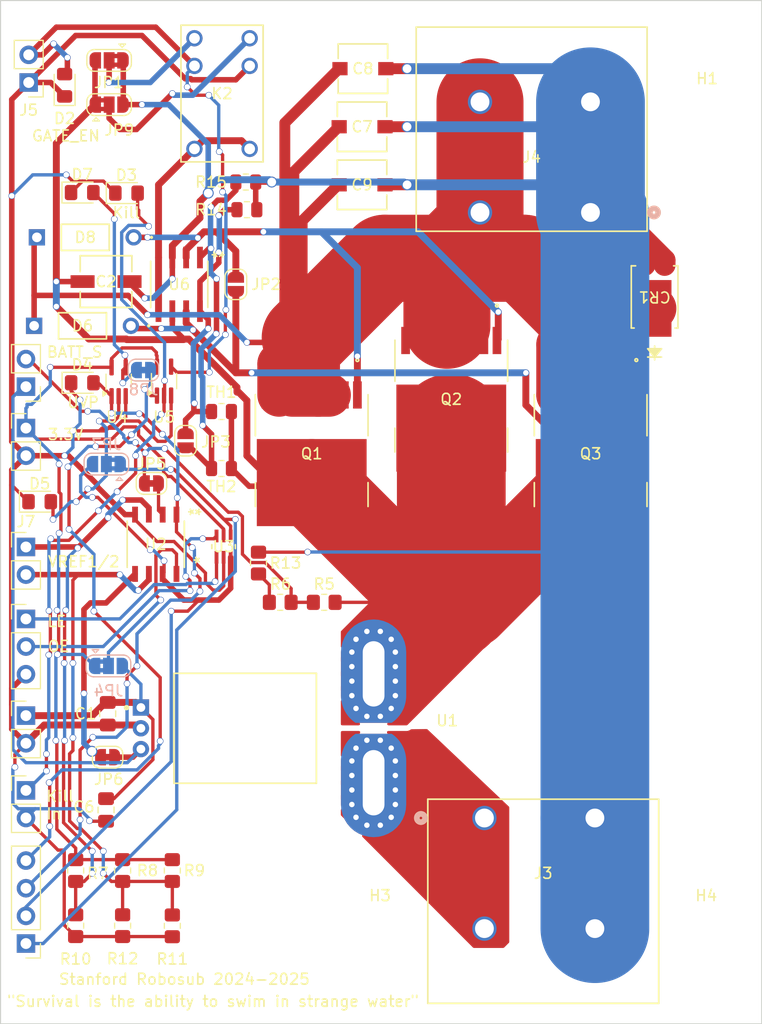
<source format=kicad_pcb>
(kicad_pcb (version 20240108) (generator "pcbnew") (generator_version "8.0")
  (layers (0 "F.Cu" signal) (31 "B.Cu" signal) (34 "B.Paste" user) (35 "F.Paste" user) (36 "B.SilkS" user "B.Silkscreen") (37 "F.SilkS" user "F.Silkscreen") (38 "B.Mask" user) (39 "F.Mask" user) (44 "Edge.Cuts" user))
  (net 0 "")
  (net 1 "GND")
  (net 2 "+5V")
  (net 3 "/FETs/V_THRUST")
  (net 4 "/FET_control_logic/3.3V_GATE_EN")
  (net 5 "/FET_control_logic/Kill_Switch")
  (net 6 "/FET_control_logic/UVP_COMP")
  (net 7 "Net-(D5-A)")
  (net 8 "Net-(D7-A)")
  (net 9 "/Battery_input/+BATT_HALL")
  (net 10 "+3.3V")
  (net 11 "Net-(JP4-C)")
  (net 12 "/FET_control_logic/OCP_COMP")
  (net 13 "/FET_control_logic/OCP_LATCH")
  (net 14 "/OCP_UVP_detect/BATT_SAMPLE")
  (net 15 "/OCP_UVP_detect/ISENSE_ANALOG")
  (net 16 "Net-(JP5-B)")
  (net 17 "Net-(JP6-A)")
  (net 18 "/OCP_UVP_detect/LE_Teensy")
  (net 19 "/OCP_UVP_detect/OE_Teensy")
  (net 20 "VREF1")
  (net 21 "VREF2")
  (net 22 "Net-(J8-Pin_4)")
  (net 23 "Net-(R13-Pad1)")
  (net 24 "/FETs/+Batt")
  (net 25 "/Battery_input/-Batt")
  (net 26 "/FETs/GATE2_DRIVE")
  (net 27 "/FETs/GATE1_DRIVE")
  (net 28 "Net-(JP1-C)")
  (net 29 "Net-(JP9-C)")
  (net 30 "GATE_DRIVER_EN")
  (net 31 "Net-(JP3-B)")
  (net 32 "Net-(JP3-A)")
  (footprint "LED_SMD:LED_0805_2012Metric_Pad1.15x1.40mm_HandSolder" (layer "F.Cu") (at 156.718 98.044 90)
    (property "Reference" "D2")
    (property "Value" "LED" (hide yes))
  )
  (footprint "Imported_Footprints:RELAY_G5V-1_OMR" (layer "F.Cu") (at 173.736 103.886)
    (property "Reference" "K2")
    (property "Value" "G5V-1 DC3" (hide yes))
  )
  (footprint "Connector_PinHeader_2.54mm:PinHeader_1x04_P2.54mm_Vertical" (layer "F.Cu") (at 153.162 176.8856 180)
    (property "Reference" "J8" (hide yes))
    (property "Value" "Conn_01x04_Pin" (hide yes))
  )
  (footprint "Imported_Footprints:U2-D_NCH" (layer "F.Cu") (at 184.0738 101.854)
    (property "Reference" "C7")
    (property "Value" "1u")
  )
  (footprint "Resistor_SMD:R_0805_2012Metric_Pad1.20x1.40mm_HandSolder" (layer "F.Cu") (at 166.624 170.18 -90)
    (property "Reference" "R9")
    (property "Value" "~")
  )
  (footprint "Imported_Footprints:POWERDI5_DIO" (layer "F.Cu") (at 210.978001 117.4877 180)
    (property "Reference" "CR1")
    (property "Value" "SBRT15U50SP5-13" (hide yes))
  )
  (footprint "Imported_Footprints:U2-D_NCH" (layer "F.Cu") (at 184.0738 107.188)
    (property "Reference" "C9")
    (property "Value" "1u")
  )
  (footprint "Resistor_SMD:R_0805_2012Metric_Pad1.20x1.40mm_HandSolder" (layer "F.Cu") (at 166.624 175.26 -90)
    (property "Reference" "R11")
    (property "Value" "~")
  )
  (footprint "Jumper:SolderJumper-2_P1.3mm_Bridged_RoundedPad1.0x1.5mm" (layer "F.Cu") (at 164.704 134.62)
    (property "Reference" "JP5")
    (property "Value" "SolderJumper_2_Bridged" (hide yes))
  )
  (footprint "LED_SMD:LED_0805_2012Metric_Pad1.15x1.40mm_HandSolder" (layer "F.Cu") (at 162.4076 107.95)
    (property "Reference" "D3")
    (property "Value" "LED" (hide yes))
  )
  (footprint "Resistor_SMD:R_0805_2012Metric_Pad1.20x1.40mm_HandSolder" (layer "F.Cu") (at 180.594 145.542 180)
    (property "Reference" "R5")
    (property "Value" "100k" (hide yes))
  )
  (footprint "Imported_Footprints:1N5242B" (layer "F.Cu") (at 153.91384 120.142 180)
    (property "Reference" "D6")
    (property "Value" "D_Zener" (hide yes))
  )
  (footprint "Imported_Footprints:CONN2_1986660-2_TEC" (layer "F.Cu") (at 195.326 165.354)
    (property "Reference" "J3")
    (property "Value" "1986660-2" (hide yes))
  )
  (footprint "Resistor_SMD:R_0805_2012Metric_Pad1.20x1.40mm_HandSolder" (layer "F.Cu") (at 162.052 175.244 -90)
    (property "Reference" "R12")
    (property "Value" "~")
  )
  (footprint "Resistor_SMD:R_0805_2012Metric" (layer "F.Cu") (at 171.14425 133.252 180)
    (property "Reference" "TH2")
    (property "Value" "Thermistor_US" (hide yes))
  )
  (footprint "Resistor_SMD:R_0805_2012Metric" (layer "F.Cu") (at 171.14425 128.016 180)
    (property "Reference" "TH1")
    (property "Value" "Thermistor_US" (hide yes))
  )
  (footprint "MountingHole:MountingHole_3.2mm_M3" (layer "F.Cu") (at 215.7984 101.6316)
    (property "Reference" "H1")
    (property "Value" "MountingHole" (hide yes))
  )
  (footprint "Connector_PinHeader_2.54mm:PinHeader_1x02_P2.54mm_Vertical" (layer "F.Cu") (at 153.162 155.951)
    (property "Reference" "J2" (hide yes))
    (property "Value" "Conn_01x02_Pin" (hide yes))
  )
  (footprint "Imported_Footprints:TOLL-8L_MCC" (layer "F.Cu") (at 179.442001 131.891999 -90)
    (property "Reference" "Q1")
    (property "Value" "MCTL160N15Y-TP")
  )
  (footprint "Resistor_SMD:R_0805_2012Metric_Pad1.20x1.40mm_HandSolder" (layer "F.Cu") (at 157.734 170.18 -90)
    (property "Reference" "R7")
    (property "Value" "150k" (hide yes))
  )
  (footprint "Imported_Footprints:LTC1255" (layer "F.Cu") (at 167.259 116.332 -90)
    (property "Reference" "U6")
    (property "Value" "LTC1255CS8-PBF" (hide yes))
  )
  (footprint "Capacitor_SMD:C_0805_2012Metric_Pad1.18x1.45mm_HandSolder" (layer "F.Cu") (at 160.528 164.6135 -90)
    (property "Reference" "C6")
    (property "Value" "10uF" (hide yes))
  )
  (footprint "Package_TO_SOT_SMD:SOT-353_SC-70-5_Handsoldering" (layer "F.Cu") (at 165.862 125.222 90)
    (property "Reference" "U5")
    (property "Value" "74LVC1G08" (hide yes))
  )
  (footprint "Imported_Footprints:CAP_EEE-1CA100SR_PAN" (layer "F.Cu") (at 160.528 116.078)
    (property "Reference" "C2")
    (property "Value" "10uF")
  )
  (footprint "LED_SMD:LED_0805_2012Metric_Pad1.15x1.40mm_HandSolder" (layer "F.Cu") (at 154.423 136.2964)
    (property "Reference" "D5")
    (property "Value" "LED" (hide yes))
  )
  (footprint "Jumper:SolderJumper-2_P1.3mm_Open_RoundedPad1.0x1.5mm" (layer "F.Cu") (at 167.84225 130.698 90)
    (property "Reference" "JP3")
    (property "Value" "SolderJumper_2_Open" (hide yes))
  )
  (footprint "LED_SMD:LED_0805_2012Metric_Pad1.15x1.40mm_HandSolder" (layer "F.Cu") (at 158.3436 125.3744)
    (property "Reference" "D4")
    (property "Value" "LED" (hide yes))
  )
  (footprint "Resistor_SMD:R_0805_2012Metric_Pad1.20x1.40mm_HandSolder" (layer "F.Cu") (at 174.5488 141.9352 90)
    (property "Reference" "R13")
    (property "Value" "500k" (hide yes))
  )
  (footprint "Capacitor_SMD:C_0805_2012Metric_Pad1.18x1.45mm_HandSolder" (layer "F.Cu") (at 160.6804 155.7743 90)
    (property "Reference" "C1")
    (property "Value" "0.1u" (hide yes))
  )
  (footprint "Imported_Footprints:CONN2_1986660-2_TEC" (layer "F.Cu") (at 205.0792 109.728 180)
    (property "Reference" "J4")
    (property "Value" "1986660-2" (hide yes))
  )
  (footprint "MountingHole:MountingHole_3.2mm_M3" (layer "F.Cu") (at 215.7248 176.6824)
    (property "Reference" "H4")
    (property "Value" "MountingHole" (hide yes))
  )
  (footprint "Connector_PinHeader_2.54mm:PinHeader_1x03_P2.54mm_Vertical" (layer "F.Cu") (at 153.162 147.066)
    (property "Reference" "J9" (hide yes))
    (property "Value" "Conn_01x03_Pin" (hide yes))
  )
  (footprint "Jumper:SolderJumper-2_P1.3mm_Open_RoundedPad1.0x1.5mm" (layer "F.Cu") (at 172.466 116.332 -90)
    (property "Reference" "JP2")
    (property "Value" "SolderJumper_2_Open" (hide yes))
  )
  (footprint "Jumper:SolderJumper-2_P1.3mm_Bridged_RoundedPad1.0x1.5mm" (layer "F.Cu") (at 160.67 159.766)
    (property "Reference" "JP6")
    (property "Value" "SolderJumper_2_Bridged" (hide yes))
  )
  (footprint "Connector_PinHeader_2.54mm:PinHeader_1x02_P2.54mm_Vertical" (layer "F.Cu") (at 153.162 129.535)
    (property "Reference" "J6" (hide yes))
    (property "Value" "Conn_01x02_Pin" (hide yes))
  )
  (footprint "Connector_PinHeader_2.54mm:PinHeader_1x02_P2.54mm_Vertical" (layer "F.Cu") (at 153.162 162.814)
    (property "Reference" "J10" (hide yes))
    (property "Value" "Conn_01x02_Pin" (hide yes))
  )
  (footprint "Connector_PinHeader_2.54mm:PinHeader_1x02_P2.54mm_Vertical" (layer "F.Cu") (at 153.416 97.79 180)
    (property "Reference" "J5")
    (property "Value" "Conn_01x02_Pin" (hide yes))
  )
  (footprint "Resistor_SMD:R_0805_2012Metric" (layer "F.Cu") (at 173.3785 106.934 180)
    (property "Reference" "R15")
    (property "Value" "100k" (hide yes))
  )
  (footprint "Connector_PinHeader_2.54mm:PinHeader_1x02_P2.54mm_Vertical" (layer "F.Cu") (at 153.162 125.735 180)
    (property "Reference" "J1" (hide yes))
    (property "Value" "Conn_01x02_Pin" (hide yes))
  )
  (footprint "Package_TO_SOT_SMD:SOT-353_SC-70-5_Handsoldering" (layer "F.Cu") (at 161.686 125.282 90)
    (property "Reference" "U4")
    (property "Value" "74LVC1G08" (hide yes))
  )
  (footprint "Imported_Footprints:LM393DT" (layer "F.Cu") (at 165.1 140.208 -90)
    (property "Reference" "U2")
    (property "Value" "LM393DT" (hide yes))
  )
  (footprint "MountingHole:MountingHole_3.2mm_M3" (layer "F.Cu") (at 185.7248 176.6824)
    (property "Reference" "H3")
    (property "Value" "MountingHole" (hide yes))
  )
  (footprint "Resistor_SMD:R_0805_2012Metric_Pad1.20x1.40mm_HandSolder" (layer "F.Cu") (at 176.546 145.542 180)
    (property "Reference" "R6")
    (property "Value" "100k" (hide yes))
  )
  (footprint "Imported_Footprints:TOLL-8L_MCC" (layer "F.Cu") (at 205.096001 131.891999 -90)
    (property "Reference" "Q3")
    (property "Value" "MCTL160N15Y-TP")
  )
  (footprint "Resistor_SMD:R_0805_2012Metric_Pad1.20x1.40mm_HandSolder" (layer "F.Cu") (at 157.734 175.244 -90)
    (property "Reference" "R10")
    (property "Value" "200k" (hide yes))
  )
  (footprint "Imported_Footprints:U2-D_NCH" (layer "F.Cu") (at 184.15 96.52)
    (property "Reference" "C8")
    (property "Value" "1u")
  )
  (footprint "Jumper:SolderJumper-3_P1.3mm_Bridged2Bar12_RoundedPad1.0x1.5mm" (layer "F.Cu") (at 160.812 95.758 180)
    (property "Reference" "JP1")
    (property "Value" "SolderJumper_3_Bridged12" (hide yes))
  )
  (footprint "Connector_PinHeader_2.54mm:PinHeader_1x02_P2.54mm_Vertical" (layer "F.Cu") (at 153.162 140.457)
    (property "Reference" "J7")
    (property "Value" "Conn_01x02_Pin" (hide yes))
  )
  (footprint "Resistor_SMD:R_0805_2012Metric_Pad1.20x1.40mm_HandSolder" (layer "F.Cu") (at 162.052 170.18 -90)
    (property "Reference" "R8")
    (property "Value" "~")
  )
  (footprint "Imported_Footprints:TOLL-8L_MCC" (layer "F.Cu") (at 192.278 126.889999 -90)
    (property "Reference" "Q2")
    (property "Value" "MCTL160N15Y-TP")
  )
  (footprint "Imported_Footprints:Allegro_MicroSystems,_LLC-CB-5-PFF-0-0-MFG" (layer "F.Cu") (at 173.3245 157.114 -90)
    (property "Reference" "U1")
    (property "Value" "ACS758ECB-200U-PFF-T" (hide yes))
  )
  (footprint "LED_SMD:LED_0805_2012Metric_Pad1.15x1.40mm_HandSolder" (layer "F.Cu") (at 158.3346 107.8992)
    (property "Reference" "D7")
    (property "Value" "LED" (hide yes))
  )
  (footprint "Resistor_SMD:R_0805_2012Metric" (layer "F.Cu") (at 173.482 109.474 180)
    (property "Reference" "R14")
    (property "Value" "100k" (hide yes))
  )
  (footprint "Imported_Footprints:1N5242B" (layer "F.Cu") (at 154.16784 112.014 180)
    (property "Reference" "D8")
    (property "Value" "D_Zener" (hide yes))
  )
  (footprint "Imported_Footprints:SN74LVC" (layer "F.Cu") (at 171.337999 140.4239 90)
    (property "Reference" "U3")
    (property "Value" "SN74LVC1G373DCKR" (hide yes))
  )
  (footprint "Jumper:SolderJumper-3_P1.3mm_Bridged2Bar12_RoundedPad1.0x1.5mm" (layer "F.Cu") (at 160.812 99.822)
    (property "Reference" "JP9")
    (property "Value" "SolderJumper_3_Bridged12" (hide yes))
  )
  (footprint "Jumper:SolderJumper-2_P1.3mm_Bridged_RoundedPad1.0x1.5mm" (layer "B.Cu") (at 163.972 124.206)
    (property "Reference" "JP8")
    (property "Value" "SolderJumper_2_Bridged" (hide yes))
  )
  (footprint "Jumper:SolderJumper-3_P1.3mm_Bridged2Bar12_RoundedPad1.0x1.5mm" (layer "B.Cu") (at 160.752 151.384)
    (property "Reference" "JP4")
    (property "Value" "SolderJumper_3_Bridged12" (hide yes))
  )
  (footprint "Jumper:SolderJumper-3_P1.3mm_Bridged2Bar12_RoundedPad1.0x1.5mm" (layer "B.Cu") (at 160.558 132.842 180)
    (property "Reference" "JP7")
    (property "Value" "SolderJumper_3_Bridged12" (hide yes))
  )
  (gr_rect (start 150.8252 90.2616) (end 220.8252 184.2616) (stroke (width 0.1)) (fill none) (layer "Edge.Cuts"))
  (gr_text "{dblquote}Survival is the ability to swim in strange water{dblquote}" (at 151.3332 182.7784 0) (layer "F.SilkS") (effects (font (size 1 1)) (justify left bottom)))
  (gr_text "LE" (at 155.0416 147.8788 0) (layer "F.SilkS") (effects (font (size 1 1)) (justify left bottom)))
  (gr_text "OE" (at 155.0924 150.1648 0) (layer "F.SilkS") (effects (font (size 1 1)) (justify left bottom)))
  (gr_text "BATT_S" (at 154.9908 123.1392 0) (layer "F.SilkS") (effects (font (size 1 1)) (justify left bottom)))
  (gr_text "VREF1/2" (at 155.0924 142.3924 0) (layer "F.SilkS") (effects (font (size 1 1)) (justify left bottom)))
  (gr_text "UVP" (at 156.8704 127.762 0) (layer "F.SilkS") (effects (font (size 1 1)) (justify left bottom)))
  (gr_text "3.3V" (at 155.0924 130.7084 0) (layer "F.SilkS") (effects (font (size 1 1)) (justify left bottom)))
  (gr_text "GATE_EN" (at 153.6192 103.2764 0) (layer "F.SilkS") (effects (font (size 1 1)) (justify left bottom)))
  (gr_text "Kill \nIn" (at 154.94 165.5572 0) (layer "F.SilkS") (effects (font (size 1 1)) (justify left bottom)))
  (gr_text "Kill" (at 161.036 110.3376 0) (layer "F.SilkS") (effects (font (size 1 1)) (justify left bottom)))
  (gr_text "Stanford Robosub 2024-2025" (at 156.1084 180.7464 0) (layer "F.SilkS") (effects (font (size 1 1)) (justify left bottom)))
  (segment (start 154.8412 156.8118) (end 153.162 158.491) (width 0.635) (layer "F.Cu") (net 1))
  (segment (start 153.416 97.79) (end 155.439 97.79) (width 0.508) (layer "F.Cu") (net 1))
  (segment (start 159.7104 134.712757) (end 159.7104 134.915957) (width 0.508) (layer "F.Cu") (net 1))
  (segment (start 156.6672 168.3004) (end 156.1084 168.3004) (width 0.3048) (layer "F.Cu") (net 1))
  (segment (start 160.153931 129.544068) (end 159.903999 129.794) (width 0.3048) (layer "F.Cu") (net 1))
  (segment (start 169.6688 143.719096) (end 169.6688 142.843705) (width 0.3048) (layer "F.Cu") (net 1))
  (segment (start 151.858 153.45) (end 153.162 152.146) (width 0.508) (layer "F.Cu") (net 1))
  (segment (start 159.903999 129.794) (end 157.48 129.794) (width 0.3048) (layer "F.Cu") (net 1))
  (segment (start 165.2016 139.954) (end 163.195 137.9474) (width 0.3048) (layer "F.Cu") (net 1))
  (segment (start 158.362 106.8468) (end 160.2794 106.8468) (width 0.3048) (layer "F.Cu") (net 1))
  (segment (start 158.362 106.8468) (end 157.4436 106.8468) (width 0.3048) (layer "F.Cu") (net 1))
  (segment (start 151.858 154.94) (end 151.858 157.187) (width 0.508) (layer "F.Cu") (net 1))
  (segment (start 160.528 165.651) (end 159.047 165.651) (width 0.3048) (layer "F.Cu") (net 1))
  (segment (start 163.83 93.472) (end 167.7972 97.4392) (width 0.508) (layer "F.Cu") (net 1))
  (segment (start 161.492924 129.393268) (end 160.880627 129.393268) (width 0.3048) (layer "F.Cu") (net 1))
  (segment (start 153.162 132.075) (end 151.858 133.379) (width 0.508) (layer "F.Cu") (net 1))
  (segment (start 157.734 93.472) (end 163.83 93.472) (width 0.508) (layer "F.Cu") (net 1))
  (segment (start 161.555792 129.3304) (end 161.342124 129.544068) (width 0.3048) (layer "F.Cu") (net 1))
  (segment (start 160.479895 129.794) (end 159.903999 129.794) (width 0.3048) (layer "F.Cu") (net 1))
  (segment (start 171.3436 144.035559) (end 170.959559 144.4196) (width 0.3048) (layer "F.Cu") (net 1))
  (segment (start 155.439 97.79) (end 156.718 99.069) (width 0.508) (layer "F.Cu") (net 1))
  (segment (start 162.000192 128.886) (end 161.555792 129.3304) (width 0.3048) (layer "F.Cu") (net 1))
  (segment (start 168.309243 97.4392) (end 168.409243 97.5392) (width 0.508) (layer "F.Cu") (net 1))
  (segment (start 159.047 165.651) (end 159.004 165.608) (width 0.3048) (layer "F.Cu") (net 1))
  (segment (start 156.6816 168.3148) (end 156.6672 168.3004) (width 0.3048) (layer "F.Cu") (net 1))
  (segment (start 156.6816 175.1916) (end 156.6816 168.3148) (width 0.3048) (layer "F.Cu") (net 1))
  (segment (start 169.6688 142.843705) (end 166.779095 139.954) (width 0.3048) (layer "F.Cu") (net 1))
  (segment (start 157.3186 125.3744) (end 157.3186 126.1274) (width 0.3048) (layer "F.Cu") (net 1))
  (segment (start 165.285641 130.7544) (end 164.9016 130.370359) (width 0.3048) (layer "F.Cu") (net 1))
  (segment (start 166.512 130.223559) (end 165.981159 130.7544) (width 0.3048) (layer "F.Cu") (net 1))
  (segment (start 152.146 160.6804) (end 152.146 159.507) (width 0.3048) (layer "F.Cu") (net 1))
  (segment (start 153.382 136.2964) (end 151.858 134.7724) (width 0.3048) (layer "F.Cu") (net 1))
  (segment (start 159.7104 134.915957) (end 162.278293 137.48385) (width 0.508) (layer "F.Cu") (net 1))
  (segment (start 157.072643 132.075) (end 159.7104 134.712757) (width 0.508) (layer "F.Cu") (net 1))
  (segment (start 151.858 108.204) (end 151.858 99.348) (width 0.508) (layer "F.Cu") (net 1))
  (segment (start 164.9016 130.370359) (end 164.9016 130.258696) (width 0.3048) (layer "F.Cu") (net 1))
  (segment (start 151.858 130.771) (end 151.858 108.204) (width 0.508) (layer "F.Cu") (net 1))
  (segment (start 152.146 159.507) (end 153.162 158.491) (width 0.3048) (layer "F.Cu") (net 1))
  (segment (start 161.555792 129.3304) (end 161.492924 129.393268) (width 0.3048) (layer "F.Cu") (net 1))
  (segment (start 154.7286 156.9244) (end 153.162 158.491) (width 0.508) (layer "F.Cu") (net 1))
  (segment (start 172.4628 97.5392) (end 173.736 96.266) (width 0.508) (layer "F.Cu") (net 1))
  (segment (start 170.369304 144.4196) (end 169.6688 143.719096) (width 0.3048) (layer "F.Cu") (net 1))
  (segment (start 160.6804 156.8118) (end 163.431801 156.8118) (width 0.635) (layer "F.Cu") (net 1))
  (segment (start 163.528904 128.886) (end 162.000192 128.886) (width 0.3048) (layer "F.Cu") (net 1))
  (segment (start 151.858 154.94) (end 151.858 153.45) (width 0.508) (layer "F.Cu") (net 1))
  (segment (start 157.734 176.244) (end 156.6816 175.1916) (width 0.3048) (layer "F.Cu") (net 1))
  (segment (start 167.7972 97.4392) (end 168.309243 97.4392) (width 0.508) (layer "F.Cu") (net 1))
  (segment (start 157.4436 106.8468) (end 156.8704 106.2736) (width 0.3048) (layer "F.Cu") (net 1))
  (segment (start 165.981159 130.7544) (end 165.285641 130.7544) (width 0.3048) (layer "F.Cu") (net 1))
  (segment (start 151.858 157.187) (end 153.162 158.491) (width 0.508) (layer "F.Cu") (net 1))
  (segment (start 162.1472 128.738992) (end 161.851496 129.034695) (width 0.3048) (layer "F.Cu") (net 1))
  (segment (start 161.342124 129.544068) (end 160.153931 129.544068) (width 0.3048) (layer "F.Cu") (net 1))
  (segment (start 160.6804 156.8118) (end 154.8412 156.8118) (width 0.635) (layer "F.Cu") (net 1))
  (segment (start 151.858 99.348) (end 153.416 97.79) (width 0.508) (layer "F.Cu") (net 1))
  (segment (start 157.3096 107.8992) (end 158.362 106.8468) (width 0.3048) (layer "F.Cu") (net 1))
  (segment (start 161.851496 129.034695) (end 161.555792 129.3304) (width 0.3048) (layer "F.Cu") (net 1))
  (segment (start 168.409243 97.5392) (end 172.4628 97.5392) (width 0.508) (layer "F.Cu") (net 1))
  (segment (start 162.278293 137.48385) (end 163.195 137.48385) (width 0.508) (layer "F.Cu") (net 1))
  (segment (start 160.2794 106.8468) (end 161.3826 107.95) (width 0.3048) (layer "F.Cu") (net 1))
  (segment (start 153.162 132.075) (end 156.713 132.075) (width 0.508) (layer "F.Cu") (net 1))
  (segment (start 171.3436 141.407401) (end 171.3436 144.035559) (width 0.3048) (layer "F.Cu") (net 1))
  (segment (start 157.3186 126.1274) (end 158.1404 126.9492) (width 0.3048) (layer "F.Cu") (net 1))
  (segment (start 151.858 134.7724) (end 151.858 154.94) (width 0.508) (layer "F.Cu") (net 1))
  (segment (start 166.512 126.552) (end 166.512 130.223559) (width 0.3048) (layer "F.Cu") (net 1))
  (segment (start 157.734 176.244) (end 166.608 176.244) (width 0.3048) (layer "F.Cu") (net 1))
  (segment (start 151.858 133.379) (end 151.858 134.7724) (width 0.508) (layer "F.Cu") (net 1))
  (segment (start 156.713 132.075) (end 157.072643 132.075) (width 0.508) (layer "F.Cu") (net 1))
  (segment (start 166.779095 139.954) (end 165.2016 139.954) (width 0.3048) (layer "F.Cu") (net 1))
  (segment (start 164.9016 130.258696) (end 163.528904 128.886) (width 0.3048) (layer "F.Cu") (net 1))
  (segment (start 156.1084 168.3004) (end 153.162 165.354) (width 0.3048) (layer "F.Cu") (net 1))
  (segment (start 153.162 132.075) (end 151.858 130.771) (width 0.508) (layer "F.Cu") (net 1))
  (segment (start 170.959559 144.4196) (end 170.369304 144.4196) (width 0.3048) (layer "F.Cu") (net 1))
  (segment (start 162.336 128.550192) (end 162.1472 128.738992) (width 0.3048) (layer "F.Cu") (net 1))
  (segment (start 162.336 126.612) (end 162.336 128.550192) (width 0.3048) (layer "F.Cu") (net 1))
  (segment (start 160.880627 129.393268) (end 160.479895 129.794) (width 0.3048) (layer "F.Cu") (net 1))
  (segment (start 153.416 97.79) (end 157.734 93.472) (width 0.508) (layer "F.Cu") (net 1))
  (via (at 152.146 160.6804) (size 0.6) (drill 0.5) (layers "F.Cu" "B.Cu") (net 1))
  (via (at 156.713 132.075) (size 0.6) (drill 0.5) (layers "F.Cu" "B.Cu") (net 1))
  (via (at 157.48 129.794) (size 0.6) (drill 0.5) (layers "F.Cu" "B.Cu") (net 1))
  (via (at 151.858 108.204) (size 0.6) (drill 0.5) (layers "F.Cu" "B.Cu") (net 1))
  (via (at 158.1404 126.9492) (size 0.6) (drill 0.5) (layers "F.Cu" "B.Cu") (net 1))
  (via (at 156.8704 106.2736) (size 0.6) (drill 0.5) (layers "F.Cu" "B.Cu") (net 1))
  (via (at 159.004 165.608) (size 0.6) (drill 0.5) (layers "F.Cu" "B.Cu") (net 1))
  (segment (start 159.004 165.608) (end 159.004 165.442841) (width 0.3048) (layer "B.Cu") (net 1))
  (segment (start 159.004 165.442841) (end 158.065159 164.504) (width 0.3048) (layer "B.Cu") (net 1))
  (segment (start 153.7884 106.2736) (end 151.858 108.204) (width 0.3048) (layer "B.Cu") (net 1))
  (segment (start 154.012 164.504) (end 152.4472 164.504) (width 0.3048) (layer "B.Cu") (net 1))
  (segment (start 154.012 164.504) (end 153.162 165.354) (width 0.3048) (layer "B.Cu") (net 1))
  (segment (start 156.8704 106.2736) (end 153.7884 106.2736) (width 0.3048) (layer "B.Cu") (net 1))
  (segment (start 151.9596 164.0164) (end 151.9596 160.8668) (width 0.3048) (layer "B.Cu") (net 1))
  (segment (start 158.1404 129.1336) (end 157.48 129.794) (width 0.3048) (layer "B.Cu") (net 1))
  (segment (start 157.48 131.308) (end 156.713 132.075) (width 0.3048) (layer "B.Cu") (net 1))
  (segment (start 158.065159 164.504) (end 154.012 164.504) (width 0.3048) (layer "B.Cu") (net 1))
  (segment (start 151.9596 160.8668) (end 152.146 160.6804) (width 0.3048) (layer "B.Cu") (net 1))
  (segment (start 152.4472 164.504) (end 151.9596 164.0164) (width 0.3048) (layer "B.Cu") (net 1))
  (segment (start 157.48 129.794) (end 157.48 131.308) (width 0.3048) (layer "B.Cu") (net 1))
  (segment (start 158.1404 126.9492) (end 158.1404 129.1336) (width 0.3048) (layer "B.Cu") (net 1))
  (segment (start 164.836401 156.3064) (end 163.734001 155.204) (width 0.3048) (layer "F.Cu") (net 2))
  (segment (start 160.4772 154.7368) (end 159.263 155.951) (width 0.635) (layer "F.Cu") (net 2))
  (segment (start 164.836401 159.992599) (end 164.836401 156.3064) (width 0.3048) (layer "F.Cu") (net 2))
  (segment (start 161.253 163.576) (end 164.836401 159.992599) (width 0.3048) (layer "F.Cu") (net 2))
  (segment (start 160.6804 154.7368) (end 163.266801 154.7368) (width 0.635) (layer "F.Cu") (net 2))
  (segment (start 159.263 155.951) (end 153.162 155.951) (width 0.635) (layer "F.Cu") (net 2))
  (segment (start 163.266801 154.7368) (end 163.734001 155.204) (width 0.635) (layer "F.Cu") (net 2))
  (segment (start 160.528 163.576) (end 161.253 163.576) (width 0.3048) (layer "F.Cu") (net 2))
  (segment (start 163.734001 153.066001) (end 162.052 151.384) (width 0.3048) (layer "B.Cu") (net 2))
  (segment (start 163.734001 155.204) (end 163.734001 153.066001) (width 0.3048) (layer "B.Cu") (net 2))
  (segment (start 178.562 110.5027) (end 178.562 118.11) (width 1) (layer "F.Cu") (net 3))
  (segment (start 176.442002 126.492) (end 176.442002 123.641998) (width 4) (layer "F.Cu") (net 3))
  (segment (start 180.042 122.442) (end 178.842 121.242) (width 4) (layer "F.Cu") (net 3))
  (segment (start 173.482 121.666) (end 178.418 121.666) (width 0.508) (layer "F.Cu") (net 3))
  (segment (start 191.877999 113.938001) (end 186.145999 113.938001) (width 8) (layer "F.Cu") (net 3))
  (segment (start 205.696 120.658001) (end 204.496 119.458001) (width 4) (layer "F.Cu") (net 3))
  (segment (start 210.978001 118.5418) (end 205.412201 118.5418) (width 4) (layer "F.Cu") (net 3))
  (segment (start 194.9192 109.728) (end 194.9192 110.8968) (width 8) (layer "F.Cu") (net 3))
  (segment (start 181.931592 101.854) (end 177.8 105.985592) (width 1) (layer "F.Cu") (net 3))
  (segment (start 153.91384 117.348) (end 162.56 117.348) (width 0.508) (layer "F.Cu") (net 3))
  (segment (start 202.096002 126.492) (end 202.096002 121.857999) (width 4) (layer "F.Cu") (net 3))
  (segment (start 198.976 113.938001) (end 204.496 119.458001) (width 8) (layer "F.Cu") (net 3))
  (segment (start 177.8 105.985592) (end 177.8 120.65) (width 1) (layer "F.Cu") (net 3))
  (segment (start 194.9192 110.8968) (end 191.877999 113.938001) (width 8) (layer "F.Cu") (net 3))
  (segment (start 208.096 126.492) (end 200.896002 126.492) (width 0.25) (layer "F.Cu") (net 3))
  (segment (start 181.8767 107.188) (end 178.562 110.5027) (width 1) (layer "F.Cu") (net 3))
  (segment (start 178.842 126.492) (end 180.042 126.492) (width 0.508) (layer "F.Cu") (net 3))
  (segment (start 191.877999 113.938001) (end 198.976 113.938001) (width 8) (layer "F.Cu") (net 3))
  (segment (start 205.412201 118.5418) (end 204.496 119.458001) (width 4) (layer "F.Cu") (net 3))
  (segment (start 205.696 126.492) (end 205.696 120.658001) (width 4) (layer "F.Cu") (net 3))
  (segment (start 162.56 117.348) (end 164.338 119.126) (width 0.508) (layer "F.Cu") (net 3))
  (segment (start 176.9712 101.5017) (end 176.9712 119.9548) (width 1) (layer "F.Cu") (net 3))
  (segment (start 180.042 126.492) (end 180.042 122.442) (width 4) (layer "F.Cu") (net 3))
  (segment (start 186.145999 113.938001) (end 178.842 121.242) (width 8) (layer "F.Cu") (net 3))
  (segment (start 182.442 126.492) (end 175.242002 126.492) (width 0.25) (layer "F.Cu") (net 3))
  (segment (start 181.9529 96.52) (end 176.9712 101.5017) (width 1) (layer "F.Cu") (net 3))
  (segment (start 202.096002 126.492) (end 206.696 126.492) (width 4) (layer "F.Cu") (net 3))
  (segment (start 191.877999 113.938001) (end 191.877999 120.09) (width 8) (layer "F.Cu") (net 3))
  (segment (start 153.91384 117.348) (end 153.91384 112.268) (width 0.508) (layer "F.Cu") (net 3))
  (segment (start 178.418 121.666) (end 178.842 121.242) (width 0.508) (layer "F.Cu") (net 3))
  (segment (start 194.9192 99.568) (end 194.9192 109.728) (width 8) (layer "F.Cu") (net 3))
  (segment (start 180.042 126.492) (end 181.042 126.492) (width 4) (layer "F.Cu") (net 3))
  (segment (start 153.91384 120.142) (end 153.91384 117.348) (width 0.508) (layer "F.Cu") (net 3))
  (segment (start 202.096002 121.857999) (end 204.496 119.458001) (width 4) (layer "F.Cu") (net 3))
  (segment (start 180.042 126.492) (end 177.642 126.492) (width 4) (layer "F.Cu") (net 3))
  (segment (start 176.442002 123.641998) (end 178.842 121.242) (width 4) (layer "F.Cu") (net 3))
  (via (at 173.482 121.666) (size 0.6) (drill 0.5) (layers "F.Cu" "B.Cu") (net 3))
  (via (at 164.338 119.126) (size 0.6) (drill 0.5) (layers "F.Cu" "B.Cu") (net 3))
  (segment (start 164.338 119.126) (end 170.942 119.126) (width 0.508) (layer "B.Cu") (net 3))
  (segment (start 170.942 119.126) (end 173.482 121.666) (width 0.508) (layer "B.Cu") (net 3))
  (segment (start 166.512 123.892) (end 167.0292 124.4092) (width 0.3048) (layer "F.Cu") (net 4))
  (segment (start 153.416 95.25) (end 155.956 92.71) (width 0.508) (layer "F.Cu") (net 4))
  (segment (start 155.956 92.71) (end 165.1 92.71) (width 0.508) (layer "F.Cu") (net 4))
  (segment (start 171.5008 118.7196) (end 171.5516 118.6688) (width 0.3048) (layer "F.Cu") (net 4))
  (segment (start 171.5008 120.9548) (end 171.5008 118.7196) (width 0.3048) (layer "F.Cu") (net 4))
  (segment (start 169.9768 98.9584) (end 168.7576 98.9584) (width 0.3048) (layer "F.Cu") (net 4))
  (segment (start 156.972 95.504) (end 156.972 96.765) (width 0.508) (layer "F.Cu") (net 4))
  (segment (start 171.2468 104.4448) (end 170.942 104.14) (width 0.3048) (layer "F.Cu") (net 4))
  (segment (start 168.7576 98.9584) (end 167.9956 98.1964) (width 0.3048) (layer "F.Cu") (net 4))
  (segment (start 171.2468 107.8484) (end 171.2468 104.4448) (width 0.3048) (layer "F.Cu") (net 4))
  (segment (start 154.686 95.25) (end 155.702 94.234) (width 0.508) (layer "F.Cu") (net 4))
  (segment (start 167.0292 124.4092) (end 170.0276 124.4092) (width 0.3048) (layer "F.Cu") (net 4))
  (segment (start 165.1 92.71) (end 168.656 96.266) (width 0.508) (layer "F.Cu") (net 4))
  (segment (start 153.416 95.25) (end 154.686 95.25) (width 0.508) (layer "F.Cu") (net 4))
  (via (at 171.2468 107.8484) (size 0.6) (drill 0.5) (layers "F.Cu" "B.Cu") (net 4))
  (via (at 155.702 94.234) (size 0.6) (drill 0.5) (layers "F.Cu" "B.Cu") (net 4))
  (via (at 171.5516 118.6688) (size 0.6) (drill 0.5) (layers "F.Cu" "B.Cu") (net 4))
  (via (at 167.9956 98.1964) (size 0.6) (drill 0.5) (layers "F.Cu" "B.Cu") (net 4))
  (via (at 171.5008 120.9548) (size 0.6) (drill 0.5) (layers "F.Cu" "B.Cu") (net 4))
  (via (at 169.9768 98.9584) (size 0.6) (drill 0.5) (layers "F.Cu" "B.Cu") (net 4))
  (via (at 156.972 95.504) (size 0.6) (drill 0.5) (layers "F.Cu" "B.Cu") (net 4))
  (via (at 170.942 104.14) (size 0.6) (drill 0.5) (layers "F.Cu" "B.Cu") (net 4))
  (via (at 170.0276 124.4092) (size 0.6) (drill 0.5) (layers "F.Cu" "B.Cu") (net 4))
  (segment (start 167.9956 96.9264) (end 168.656 96.266) (width 0.3048) (layer "B.Cu") (net 4))
  (segment (start 171.5516 108.1532) (end 171.2468 107.8484) (width 0.3048) (layer "B.Cu") (net 4))
  (segment (start 170.942 104.14) (end 170.8912 104.0892) (width 0.3048) (layer "B.Cu") (net 4))
  (segment (start 170.8912 99.8728) (end 169.9768 98.9584) (width 0.3048) (layer "B.Cu") (net 4))
  (segment (start 170.0276 124.4092) (end 170.0276 122.428) (width 0.3048) (layer "B.Cu") (net 4))
  (segment (start 170.8912 104.0892) (end 170.8912 99.8728) (width 0.3048) (layer "B.Cu") (net 4))
  (segment (start 167.9956 98.1964) (end 167.9956 96.9264) (width 0.3048) (layer "B.Cu") (net 4))
  (segment (start 155.702 94.234) (end 156.972 95.504) (width 0.508) (layer "B.Cu") (net 4))
  (segment (start 170.0276 122.428) (end 171.5008 120.9548) (width 0.3048) (layer "B.Cu") (net 4))
  (segment (start 171.5516 118.6688) (end 171.5516 108.1532) (width 0.3048) (layer "B.Cu") (net 4))
  (segment (start 163.5342 109.5248) (end 163.5342 110.0926) (width 0.3048) (layer "F.Cu") (net 5))
  (segment (start 155.4068 146.435503) (end 155.279214 146.307917) (width 0.3048) (layer "F.Cu") (net 5))
  (segment (start 163.4326 107.95) (end 163.4326 109.4232) (width 0.3048) (layer "F.Cu") (net 5))
  (segment (start 155.4068 150.230058) (end 155.4068 146.435503) (width 0.3048) (layer "F.Cu") (net 5))
  (segment (start 155.448 139.7) (end 155.5956 139.8476) (width 0.3048) (layer "F.Cu") (net 5))
  (segment (start 155.5956 139.8476) (end 157.117594 139.8476) (width 0.3048) (layer "F.Cu") (net 5))
  (segment (start 161.544 135.382) (end 163.251002 133.674998) (width 0.3048) (layer "F.Cu") (net 5))
  (segment (start 155.260601 150.376257) (end 155.4068 150.230058) (width 0.3048) (layer "F.Cu") (net 5))
  (segment (start 155.0464 161.036) (end 155.0464 159.472807) (width 0.3048) (layer "F.Cu") (net 5))
  (segment (start 157.117594 139.8476) (end 159.830017 137.135177) (width 0.3048) (layer "F.Cu") (net 5))
  (segment (start 165.608 128.27) (end 165.862 128.016) (width 0.3048) (layer "F.Cu") (net 5))
  (segment (start 163.251002 133.674998) (end 163.251002 132.061844) (width 0.3048) (layer "F.Cu") (net 5))
  (segment (start 165.9128 126.5012) (end 165.862 126.552) (width 0.3048) (layer "F.Cu") (net 5))
  (segment (start 165.862 128.016) (end 165.862 126.552) (width 0.3048) (layer "F.Cu") (net 5))
  (segment (start 163.5342 110.0926) (end 164.4396 110.998) (width 0.3048) (layer "F.Cu") (net 5))
  (segment (start 165.9128 125.1712) (end 165.9128 126.5012) (width 0.3048) (layer "F.Cu") (net 5))
  (segment (start 163.4326 109.4232) (end 163.5342 109.5248) (width 0.3048) (layer "F.Cu") (net 5))
  (via (at 165.9128 125.1712) (size 0.6) (drill 0.5) (layers "F.Cu" "B.Cu") (net 5))
  (via (at 165.608 128.27) (size 0.6) (drill 0.5) (layers "F.Cu" "B.Cu") (net 5))
  (via (at 155.0464 159.472807) (size 0.6) (drill 0.5) (layers "F.Cu" "B.Cu") (net 5))
  (via (at 155.0464 161.036) (size 0.6) (drill 0.5) (layers "F.Cu" "B.Cu") (net 5))
  (via (at 159.830017 137.135177) (size 0.6) (drill 0.5) (layers "F.Cu" "B.Cu") (net 5))
  (via (at 155.279214 146.307917) (size 0.6) (drill 0.5) (layers "F.Cu" "B.Cu") (net 5))
  (via (at 155.448 139.7) (size 0.6) (drill 0.5) (layers "F.Cu" "B.Cu") (net 5))
  (via (at 155.260601 150.376257) (size 0.6) (drill 0.5) (layers "F.Cu" "B.Cu") (net 5))
  (via (at 164.4396 110.998) (size 0.6) (drill 0.5) (layers "F.Cu" "B.Cu") (net 5))
  (via (at 161.544 135.382) (size 0.6) (drill 0.5) (layers "F.Cu" "B.Cu") (net 5))
  (via (at 163.251002 132.061844) (size 0.6) (drill 0.5) (layers "F.Cu" "B.Cu") (net 5))
  (segment (start 165.9128 121.68276) (end 165.9128 125.1712) (width 0.3048) (layer "B.Cu") (net 5))
  (segment (start 159.830017 137.095983) (end 159.830017 137.135177) (width 0.3048) (layer "B.Cu") (net 5))
  (segment (start 161.9663 117.73626) (end 165.9128 121.68276) (width 0.3048) (layer "B.Cu") (net 5))
  (segment (start 155.279214 139.868786) (end 155.279214 146.307917) (width 0.3048) (layer "B.Cu") (net 5))
  (segment (start 165.608 128.27) (end 164.9016 128.9764) (width 0.3048) (layer "B.Cu") (net 5))
  (segment (start 155.448 139.7) (end 155.279214 139.868786) (width 0.3048) (layer "B.Cu") (net 5))
  (segment (start 163.251002 131.76757) (end 163.251002 132.061844) (width 0.3048) (layer "B.Cu") (net 5))
  (segment (start 164.9016 130.116972) (end 163.251002 131.76757) (width 0.3048) (layer "B.Cu") (net 5))
  (segment (start 164.9016 128.9764) (end 164.9016 130.116972) (width 0.3048) (layer "B.Cu") (net 5))
  (segment (start 155.0464 159.472807) (end 155.0464 158.179132) (width 0.3048) (layer "B.Cu") (net 5))
  (segment (start 164.3539 110.9123) (end 162.61166 110.9123) (width 0.3048) (layer "B.Cu") (net 5))
  (segment (start 162.61166 110.9123) (end 161.9663 111.55766) (width 0.3048) (layer "B.Cu") (net 5))
  (segment (start 155.260601 157.964931) (end 155.260601 150.376257) (width 0.3048) (layer "B.Cu") (net 5))
  (segment (start 161.544 135.382) (end 159.830017 137.095983) (width 0.3048) (layer "B.Cu") (net 5))
  (segment (start 164.4396 110.998) (end 164.3539 110.9123) (width 0.3048) (layer "B.Cu") (net 5))
  (segment (start 153.2684 162.814) (end 155.0464 161.036) (width 0.3048) (layer "B.Cu") (net 5))
  (segment (start 155.0464 158.179132) (end 155.260601 157.964931) (width 0.3048) (layer "B.Cu") (net 5))
  (segment (start 161.9663 111.55766) (end 161.9663 117.73626) (width 0.3048) (layer "B.Cu") (net 5))
  (segment (start 163.83 128.2192) (end 165.7096 130.0988) (width 0.3048) (layer "F.Cu") (net 6))
  (segment (start 158.1404 165.5064) (end 158.1404 159.1056) (width 0.3048) (layer "F.Cu") (net 6))
  (segment (start 159.3686 125.3744) (end 159.7984 125.3744) (width 0.3048) (layer "F.Cu") (net 6))
  (segment (start 162.4584 152.2984) (end 163.3728 151.384) (width 0.3048) (layer "F.Cu") (net 6))
  (segment (start 158.1404 159.1056) (end 159.3088 157.9372) (width 0.3048) (layer "F.Cu") (net 6))
  (segment (start 162.4584 153.0096) (end 162.4584 152.2984) (width 0.3048) (layer "F.Cu") (net 6))
  (segment (start 159.7984 125.3744) (end 161.036 126.612) (width 0.3048) (layer "F.Cu") (net 6))
  (segment (start 161.036 126.612) (end 161.036 128.1684) (width 0.3048) (layer "F.Cu") (net 6))
  (segment (start 163.576 128.2192) (end 163.83 128.2192) (width 0.3048) (layer "F.Cu") (net 6))
  (segment (start 169.164 144.526) (end 169.164 143.3576) (width 0.3048) (layer "F.Cu") (net 6))
  (segment (start 168.4528 140.5128) (end 167.005 139.065) (width 0.3048) (layer "F.Cu") (net 6))
  (segment (start 167.0812 135.9408) (end 167.0812 137.40765) (width 0.3048) (layer "F.Cu") (net 6))
  (segment (start 169.164 143.3576) (end 168.656 142.8496) (width 0.3048) (layer "F.Cu") (net 6))
  (segment (start 167.005 139.065) (end 167.005 137.48385) (width 0.3048) (layer "F.Cu") (net 6))
  (via (at 163.3728 151.384) (size 0.6) (drill 0.5) (layers "F.Cu" "B.Cu") (net 6))
  (via (at 159.3088 157.9372) (size 0.6) (drill 0.5) (layers "F.Cu" "B.Cu") (net 6))
  (via (at 167.0812 135.9408) (size 0.6) (drill 0.5) (layers "F.Cu" "B.Cu") (net 6))
  (via (at 163.576 128.2192) (size 0.6) (drill 0.5) (layers "F.Cu" "B.Cu") (net 6))
  (via (at 165.7096 130.0988) (size 0.6) (drill 0.5) (layers "F.Cu" "B.Cu") (net 6))
  (via (at 168.4528 140.5128) (size 0.6) (drill 0.5) (layers "F.Cu" "B.Cu") (net 6))
  (via (at 158.1404 165.5064) (size 0.6) (drill 0.5) (layers "F.Cu" "B.Cu") (net 6))
  (via (at 168.656 142.8496) (size 0.6) (drill 0.5) (layers "F.Cu" "B.Cu") (net 6))
  (via (at 169.164 144.526) (size 0.6) (drill 0.5) (layers "F.Cu" "B.Cu") (net 6))
  (via (at 161.036 128.1684) (size 0.6) (drill 0.5) (layers "F.Cu" "B.Cu") (net 6))
  (via (at 162.4584 153.0096) (size 0.6) (drill 0.5) (layers "F.Cu" "B.Cu") (net 6))
  (segment (start 163.5252 128.1684) (end 163.576 128.2192) (width 0.3048) (layer "B.Cu") (net 6))
  (segment (start 159.3088 157.9372) (end 161.4932 157.9372) (width 0.3048) (layer "B.Cu") (net 6))
  (segment (start 165.7096 130.0988) (end 167.1288 131.518) (width 0.3048) (layer "B.Cu") (net 6))
  (segment (start 168.656 140.716) (end 168.4528 140.5128) (width 0.3048) (layer "B.Cu") (net 6))
  (segment (start 168.3512 145.3388) (end 169.164 144.526) (width 0.3048) (layer "B.Cu") (net 6))
  (segment (start 168.656 142.8496) (end 168.656 140.716) (width 0.3048) (layer "B.Cu") (net 6))
  (segment (start 167.1288 135.8932) (end 167.0812 135.9408) (width 0.3048) (layer "B.Cu") (net 6))
  (segment (start 161.036 128.1684) (end 163.5252 128.1684) (width 0.3048) (layer "B.Cu") (net 6))
  (segment (start 162.4584 156.972) (end 162.4584 153.0096) (width 0.3048) (layer "B.Cu") (net 6))
  (segment (start 158.1404 166.8272) (end 158.1404 165.5064) (width 0.3048) (layer "B.Cu") (net 6))
  (segment (start 161.4932 157.9372) (end 162.4584 156.972) (width 0.3048) (layer "B.Cu") (net 6))
  (segment (start 153.162 171.8056) (end 158.1404 166.8272) (width 0.3048) (layer "B.Cu") (net 6))
  (segment (start 166.4716 145.3388) (end 168.3512 145.3388) (width 0.3048) (layer "B.Cu") (net 6))
  (segment (start 163.3728 151.384) (end 163.3728 148.4376) (width 0.3048) (layer "B.Cu") (net 6))
  (segment (start 167.1288 131.518) (end 167.1288 135.8932) (width 0.3048) (layer "B.Cu") (net 6))
  (segment (start 163.3728 148.4376) (end 166.4716 145.3388) (width 0.3048) (layer "B.Cu") (net 6))
  (segment (start 161.6916 128.480696) (end 161.283828 128.888468) (width 0.3048) (layer "F.Cu") (net 7))
  (segment (start 161.283828 128.888468) (end 159.902225 128.888468) (width 0.3048) (layer "F.Cu") (net 7))
  (segment (start 158.8516 135.2296) (end 157.7848 136.2964) (width 0.3048) (layer "F.Cu") (net 7))
  (segment (start 158.8516 135.128) (end 158.8516 135.2296) (width 0.3048) (layer "F.Cu") (net 7))
  (segment (start 161.6916 126.6176) (end 161.6916 128.480696) (width 0.3048) (layer "F.Cu") (net 7))
  (segment (start 155.6512 137.922) (end 155.6512 136.4996) (width 0.3048) (layer "F.Cu") (net 7))
  (via (at 159.902225 128.888468) (size 0.6) (drill 0.5) (layers "F.Cu" "B.Cu") (net 7))
  (via (at 155.6512 137.922) (size 0.6) (drill 0.5) (layers "F.Cu" "B.Cu") (net 7))
  (via (at 157.7848 136.2964) (size 0.6) (drill 0.5) (layers "F.Cu" "B.Cu") (net 7))
  (via (at 158.8516 135.128) (size 0.6) (drill 0.5) (layers "F.Cu" "B.Cu") (net 7))
  (segment (start 160.558 132.842) (end 160.558 133.8968) (width 0.3048) (layer "B.Cu") (net 7))
  (segment (start 160.558 129.544243) (end 159.902225 128.888468) (width 0.3048) (layer "B.Cu") (net 7))
  (segment (start 157.7848 136.2964) (end 157.2768 136.2964) (width 0.3048) (layer "B.Cu") (net 7))
  (segment (start 159.3268 135.128) (end 158.8516 135.128) (width 0.3048) (layer "B.Cu") (net 7))
  (segment (start 157.2768 136.2964) (end 155.6512 137.922) (width 0.3048) (layer "B.Cu") (net 7))
  (segment (start 160.558 132.842) (end 160.558 129.544243) (width 0.3048) (layer "B.Cu") (net 7))
  (segment (start 160.558 133.8968) (end 159.3268 135.128) (width 0.3048) (layer "B.Cu") (net 7))
  (segment (start 162.336 123.952) (end 162.336 122.914407) (width 0.3048) (layer "F.Cu") (net 8))
  (segment (start 159.3596 107.8992) (end 161.29 109.8296) (width 0.3048) (layer "F.Cu") (net 8))
  (segment (start 161.29 109.8296) (end 161.29 110.3376) (width 0.3048) (layer "F.Cu") (net 8))
  (segment (start 162.06734 124.22066) (end 162.336 123.952) (width 0.3048) (layer "F.Cu") (net 8))
  (segment (start 162.06734 125.3849) (end 162.06734 124.22066) (width 0.3048) (layer "F.Cu") (net 8))
  (segment (start 162.336 122.914407) (end 162.264239 122.842646) (width 0.3048) (layer "F.Cu") (net 8))
  (via (at 161.29 110.3376) (size 0.6) (drill 0.5) (layers "F.Cu" "B.Cu") (net 8))
  (via (at 162.06734 125.3849) (size 0.6) (drill 0.5) (layers "F.Cu" "B.Cu") (net 8))
  (via (at 162.264239 122.842646) (size 0.6) (drill 0.5) (layers "F.Cu" "B.Cu") (net 8))
  (segment (start 163.24624 124.206) (end 162.06734 125.3849) (width 0.3048) (layer "B.Cu") (net 8))
  (segment (start 161.29 121.868407) (end 162.264239 122.842646) (width 0.3048) (layer "B.Cu") (net 8))
  (segment (start 161.29 110.3376) (end 161.29 121.868407) (width 0.3048) (layer "B.Cu") (net 8))
  (segment (start 171.337999 139.446) (end 171.337999 138.811642) (width 0.3048) (layer "F.Cu") (net 10))
  (segment (start 154.1798 130.5528) (end 153.162 129.535) (width 0.3048) (layer "F.Cu") (net 10))
  (segment (start 156.3754 139.0266) (end 156.3754 135.58995) (width 0.3048) (layer "F.Cu") (net 10))
  (segment (start 156.3754 135.58995) (end 156.21 135.42455) (width 0.3048) (layer "F.Cu") (net 10))
  (segment (start 157.734 169.18) (end 157.734 168.119559) (width 0.3048) (layer "F.Cu") (net 10))
  (segment (start 166.624 169.18) (end 157.734 169.18) (width 0.3048) (layer "F.Cu") (net 10))
  (segment (start 166.509641 133.983284) (end 166.201641 133.983284) (width 0.3048) (layer "F.Cu") (net 10))
  (segment (start 161.036 123.952) (end 155.3972 123.952) (width 0.3048) (layer "F.Cu") (net 10))
  (segment (start 165.8176 133.599243) (end 165.8176 132.498191) (width 0.3048) (layer "F.Cu") (net 10))
  (segment (start 156.002 158.325073) (end 155.914809 158.237882) (width 0.3048) (layer "F.Cu") (net 10))
  (segment (start 171.337999 138.811642) (end 166.509641 133.983284) (width 0.3048) (layer "F.Cu") (net 10))
  (segment (start 163.522 130.202591) (end 163.522 129.686504) (width 0.3048) (layer "F.Cu") (net 10))
  (segment (start 161.036 123.952) (end 161.036 123.143726) (width 0.3048) (layer "F.Cu") (net 10))
  (segment (start 165.1508 122.5804) (end 165.1508 122.8344) (width 0.3048) (layer "F.Cu") (net 10))
  (segment (start 156.21 139.192) (end 156.3754 139.0266) (width 0.3048) (layer "F.Cu") (net 10))
  (segment (start 162.169686 129.4304) (end 161.047286 130.5528) (width 0.3048) (layer "F.Cu") (net 10))
  (segment (start 165.1508 122.8344) (end 165.212 122.8956) (width 0.3048) (layer "F.Cu") (net 10))
  (segment (start 156.21 135.42455) (end 156.21 132.842) (width 0.3048) (layer "F.Cu") (net 10))
  (segment (start 165.212 122.8956) (end 165.212 123.892) (width 0.3048) (layer "F.Cu") (net 10))
  (segment (start 166.201641 133.983284) (end 165.8176 133.599243) (width 0.3048) (layer "F.Cu") (net 10))
  (segment (start 156.1688 146.430146) (end 156.021398 146.282744) (width 0.3048) (layer "F.Cu") (net 10))
  (segment (start 161.047286 130.5528) (end 154.1798 130.5528) (width 0.3048) (layer "F.Cu") (net 10))
  (segment (start 161.036 123.143726) (end 162.005726 122.174) (width 0.3048) (layer "F.Cu") (net 10))
  (segment (start 162.005726 122.174) (end 164.7444 122.174) (width 0.3048) (layer "F.Cu") (net 10))
  (segment (start 164.7444 122.174) (end 165.1508 122.5804) (width 0.3048) (layer "F.Cu") (net 10))
  (segment (start 163.265896 129.4304) (end 162.169686 129.4304) (width 0.3048) (layer "F.Cu") (net 10))
  (segment (start 163.522 129.686504) (end 163.265896 129.4304) (width 0.3048) (layer "F.Cu") (net 10))
  (segment (start 157.734 168.119559) (end 156.002 166.387559) (width 0.3048) (layer "F.Cu") (net 10))
  (segment (start 156.0624 150.328807) (end 156.1688 150.222407) (width 0.3048) (layer "F.Cu") (net 10))
  (segment (start 165.8176 132.498191) (end 163.522 130.202591) (width 0.3048) (layer "F.Cu") (net 10))
  (segment (start 156.002 166.387559) (end 156.002 158.325073) (width 0.3048) (layer "F.Cu") (net 10))
  (segment (start 156.1688 150.222407) (end 156.1688 146.430146) (width 0.3048) (layer "F.Cu") (net 10))
  (via (at 156.21 139.192) (size 0.6) (drill 0.5) (layers "F.Cu" "B.Cu") (net 10))
  (via (at 155.914809 158.237882) (size 0.6) (drill 0.5) (layers "F.Cu" "B.Cu") (net 10))
  (via (at 156.21 132.842) (size 0.6) (drill 0.5) (layers "F.Cu" "B.Cu") (net 10))
  (via (at 156.021398 146.282744) (size 0.6) (drill 0.5) (layers "F.Cu" "B.Cu") (net 10))
  (via (at 155.3972 123.952) (size 0.6) (drill 0.5) (layers "F.Cu" "B.Cu") (net 10))
  (via (at 156.0624 150.328807) (size 0.6) (drill 0.5) (layers "F.Cu" "B.Cu") (net 10))
  (segment (start 159.452 151.384) (end 158.396807 150.328807) (width 0.3048) (layer "B.Cu") (net 10))
  (segment (start 155.914809 158.237882) (end 155.914809 150.476398) (width 0.3048) (layer "B.Cu") (net 10))
  (segment (start 156.21 132.842) (end 156.21 132.583) (width 0.3048) (layer "B.Cu") (net 10))
  (segment (start 156.1688 139.2332) (end 156.1688 146.135342) (width 0.3048) (layer "B.Cu") (net 10))
  (segment (start 153.2636 127.3556) (end 153.2636 127.6096) (width 0.3048) (layer "B.Cu") (net 10))
  (segment (start 153.2636 127.6096) (end 153.162 127.7112) (width 0.3048) (layer "B.Cu") (net 10))
  (segment (start 155.3972 123.952) (end 155.3972 125.6456) (width 0.3048) (layer "B.Cu") (net 10))
  (segment (start 156.21 132.583) (end 153.162 129.535) (width 0.3048) (layer "B.Cu") (net 10))
  (segment (start 153.162 127.7112) (end 153.162 129.535) (width 0.3048) (layer "B.Cu") (net 10))
  (segment (start 158.396807 150.328807) (end 156.0624 150.328807) (width 0.3048) (layer "B.Cu") (net 10))
  (segment (start 155.914809 150.476398) (end 156.0624 150.328807) (width 0.3048) (layer "B.Cu") (net 10))
  (segment (start 153.6872 127.3556) (end 153.2636 127.3556) (width 0.3048) (layer "B.Cu") (net 10))
  (segment (start 156.21 139.192) (end 156.1688 139.2332) (width 0.3048) (layer "B.Cu") (net 10))
  (segment (start 156.1688 146.135342) (end 156.021398 146.282744) (width 0.3048) (layer "B.Cu") (net 10))
  (segment (start 155.3972 125.6456) (end 153.6872 127.3556) (width 0.3048) (layer "B.Cu") (net 10))
  (segment (start 165.608 140.716) (end 165.1159 141.2081) (width 0.3048) (layer "F.Cu") (net 11))
  (segment (start 167.005 142.93215) (end 167.005 141.097) (width 0.3048) (layer "F.Cu") (net 11))
  (segment (start 165.1159 144.891408) (end 165.553866 145.329374) (width 0.3048) (layer "F.Cu") (net 11))
  (segment (start 167.005 141.097) (end 166.624 140.716) (width 0.3048) (layer "F.Cu") (net 11))
  (segment (start 165.1159 141.2081) (end 165.1159 144.891408) (width 0.3048) (layer "F.Cu") (net 11))
  (segment (start 166.624 140.716) (end 165.608 140.716) (width 0.3048) (layer "F.Cu") (net 11))
  (via (at 165.553866 145.329374) (size 0.6) (drill 0.5) (layers "F.Cu" "B.Cu") (net 11))
  (segment (start 160.752 151.384) (end 160.752 150.13124) (width 0.3048) (layer "B.Cu") (net 11))
  (segment (start 160.752 150.13124) (end 165.553866 145.329374) (width 0.3048) (layer "B.Cu") (net 11))
  (segment (start 169.0624 145.334) (end 170.902739 145.334) (width 0.508) (layer "F.Cu") (net 12))
  (segment (start 167.6733 145.334) (end 169.0624 145.334) (width 0.508) (layer "F.Cu") (net 12))
  (segment (start 168.0416 146.3548) (end 169.0624 145.334) (width 0.3048) (layer "F.Cu") (net 12))
  (segment (start 171.987998 144.248741) (end 171.987998 141.4018) (width 0.508) (layer "F.Cu") (net 12))
  (segment (start 170.902739 145.334) (end 171.987998 144.248741) (width 0.508) (layer "F.Cu") (net 12))
  (segment (start 164.592 140.716) (end 159.773206 135.897206) (width 0.3048) (layer "F.Cu") (net 12))
  (segment (start 165.735 143.3957) (end 167.6733 145.334) (width 0.508) (layer "F.Cu") (net 12))
  (segment (start 165.862 141.732) (end 165.862 142.80515) (width 0.3048) (layer "F.Cu") (net 12))
  (segment (start 159.773206 135.897206) (end 159.261603 135.897206) (width 0.3048) (layer "F.Cu") (net 12))
  (segment (start 165.862 142.80515) (end 165.735 142.93215) (width 0.3048) (layer "F.Cu") (net 12))
  (segment (start 166.5224 146.3548) (end 168.0416 146.3548) (width 0.3048) (layer "F.Cu") (net 12))
  (via (at 159.261603 135.897206) (size 0.6) (drill 0.5) (layers "F.Cu" "B.Cu") (net 12))
  (via (at 165.862 141.732) (size 0.6) (drill 0.5) (layers "F.Cu" "B.Cu") (net 12))
  (via (at 166.5224 146.3548) (size 0.6) (drill 0.5) (layers "F.Cu" "B.Cu") (net 12))
  (via (at 164.592 140.716) (size 0.6) (drill 0.5) (layers "F.Cu" "B.Cu") (net 12))
  (segment (start 153.162 174.3456) (end 153.162 173.5328) (width 0.3048) (layer "B.Cu") (net 12))
  (segment (start 164.592 140.716) (end 164.846 140.716) (width 0.3048) (layer "B.Cu") (net 12))
  (segment (start 153.162 173.5328) (end 166.5224 160.1724) (width 0.3048) (layer "B.Cu") (net 12))
  (segment (start 166.5224 160.1724) (end 166.5224 146.3548) (width 0.3048) (layer "B.Cu") (net 12))
  (segment (start 158.196 135.399559) (end 158.693647 135.897206) (width 0.3048) (layer "B.Cu") (net 12))
  (segment (start 164.846 140.716) (end 165.862 141.732) (width 0.3048) (layer "B.Cu") (net 12))
  (segment (start 158.196 133.904) (end 158.196 135.399559) (width 0.3048) (layer "B.Cu") (net 12))
  (segment (start 158.693647 135.897206) (end 159.261603 135.897206) (width 0.3048) (layer "B.Cu") (net 12))
  (segment (start 159.258 132.842) (end 158.196 133.904) (width 0.3048) (layer "B.Cu") (net 12))
  (segment (start 166.7812 133.327684) (end 166.4732 133.327684) (width 0.3048) (layer "F.Cu") (net 13))
  (segment (start 170.726958 137.273442) (end 166.7812 133.327684) (width 0.3048) (layer "F.Cu") (net 13))
  (segment (start 171.375516 137.922) (end 170.726958 137.273442) (width 0.3048) (layer "F.Cu") (net 13))
  (segment (start 171.987998 139.446) (end 171.987998 138.534482) (width 0.3048) (layer "F.Cu") (net 13))
  (segment (start 171.987998 138.534482) (end 170.726958 137.273442) (width 0.3048) (layer "F.Cu") (net 13))
  (segment (start 172.4152 137.922) (end 171.375516 137.922) (width 0.3048) (layer "F.Cu") (net 13))
  (via (at 166.4732 133.327684) (size 0.6) (drill 0.5) (layers "F.Cu" "B.Cu") (net 13))
  (via (at 172.4152 137.922) (size 0.6) (drill 0.5) (layers "F.Cu" "B.Cu") (net 13))
  (segment (start 154.745033 176.8856) (end 167.0304 164.600233) (width 0.3048) (layer "B.Cu") (net 13))
  (segment (start 162.343684 133.327684) (end 166.4732 133.327684) (width 0.3048) (layer "B.Cu") (net 13))
  (segment (start 167.0304 164.600233) (end 167.0304 148.082) (width 0.3048) (layer "B.Cu") (net 13))
  (segment (start 153.162 176.8856) (end 154.745033 176.8856) (width 0.3048) (layer "B.Cu") (net 13))
  (segment (start 161.858 132.842) (end 162.343684 133.327684) (width 0.3048) (layer "B.Cu") (net 13))
  (segment (start 167.0304 148.082) (end 172.4152 142.6972) (width 0.3048) (layer "B.Cu") (net 13))
  (segment (start 172.4152 142.6972) (end 172.4152 137.922) (width 0.3048) (layer "B.Cu") (net 13))
  (segment (start 172.686759 137.2664) (end 171.775418 137.2664) (width 0.3048) (layer "F.Cu") (net 14))
  (segment (start 164.054 131.891731) (end 164.126449 131.819282) (width 0.3048) (layer "F.Cu") (net 14))
  (segment (start 179.594 145.542) (end 177.546 145.542) (width 0.3048) (layer "F.Cu") (net 14))
  (segment (start 158.217421 127.991421) (end 158.841435 127.991421) (width 0.3048) (layer "F.Cu") (net 14))
  (segment (start 175.16005 141.8876) (end 173.84235 141.8876) (width 0.3048) (layer "F.Cu") (net 14))
  (segment (start 163.222813 130.915646) (end 164.126449 131.819282) (width 0.3048) (layer "F.Cu") (net 14))
  (segment (start 173.84235 141.8876) (end 173.0708 141.11605) (width 0.3048) (layer "F.Cu") (net 14))
  (segment (start 173.0708 141.11605) (end 173.0708 137.650441) (width 0.3048) (layer "F.Cu") (net 14))
  (segment (start 153.162 122.936) (end 158.217421 127.991421) (width 0.3048) (layer "F.Cu") (net 14))
  (segment (start 177.546 144.27355) (end 175.16005 141.8876) (width 0.3048) (layer "F.Cu") (net 14))
  (segment (start 163.222813 130.8686) (end 163.222813 130.915646) (width 0.3048) (layer "F.Cu") (net 14))
  (segment (start 177.546 145.542) (end 177.546 144.27355) (width 0.3048) (layer "F.Cu") (net 14))
  (segment (start 171.775418 137.2664) (end 165.917897 131.408879) (width 0.3048) (layer "F.Cu") (net 14))
  (segment (start 164.054 134.62) (end 164.054 131.891731) (width 0.3048) (layer "F.Cu") (net 14))
  (segment (start 173.0708 137.650441) (end 172.686759 137.2664) (width 0.3048) (layer "F.Cu") (net 14))
  (via (at 165.917897 131.408879) (size 0.6) (drill 0.5) (layers "F.Cu" "B.Cu") (net 14))
  (via (at 163.222813 130.8686) (size 0.6) (drill 0.5) (layers "F.Cu" "B.Cu") (net 14))
  (via (at 164.126449 131.819282) (size 0.6) (drill 0.5) (layers "F.Cu" "B.Cu") (net 14))
  (via (at 158.841435 127.991421) (size 0.6) (drill 0.5) (layers "F.Cu" "B.Cu") (net 14))
  (segment (start 162.1584 130.421159) (end 162.605841 130.8686) (width 0.3048) (layer "B.Cu") (net 14))
  (segment (start 158.841435 127.991421) (end 159.931862 127.991421) (width 0.3048) (layer "B.Cu") (net 14))
  (segment (start 164.536852 131.408879) (end 165.917897 131.408879) (width 0.3048) (layer "B.Cu") (net 14))
  (segment (start 159.931862 127.991421) (end 162.1584 130.217959) (width 0.3048) (layer "B.Cu") (net 14))
  (segment (start 162.1584 130.217959) (end 162.1584 130.421159) (width 0.3048) (layer "B.Cu") (net 14))
  (segment (start 164.126449 131.819282) (end 164.536852 131.408879) (width 0.3048) (layer "B.Cu") (net 14))
  (segment (start 162.605841 130.8686) (end 163.222813 130.8686) (width 0.3048) (layer "B.Cu") (net 14))
  (segment (start 161.32 159.766) (end 162.992001 159.766) (width 0.508) (layer "F.Cu") (net 15))
  (segment (start 162.992001 159.766) (end 163.734001 159.024) (width 0.508) (layer "F.Cu") (net 15))
  (segment (start 153.162 125.476) (end 151.9596 126.6784) (width 0.3048) (layer "B.Cu") (net 15))
  (segment (start 151.9596 159.0716) (end 153.162 160.274) (width 0.3048) (layer "B.Cu") (net 15))
  (segment (start 151.9596 126.6784) (end 151.9596 159.0716) (width 0.3048) (layer "B.Cu") (net 15))
  (segment (start 153.162 160.274) (end 162.484001 160.274) (width 0.3048) (layer "B.Cu") (net 15))
  (segment (start 162.484001 160.274) (end 163.734001 159.024) (width 0.3048) (layer "B.Cu") (net 15))
  (segment (start 165.354 134.62) (end 165.354 137.10285) (width 0.3048) (layer "F.Cu") (net 16))
  (segment (start 165.354 137.10285) (end 165.735 137.48385) (width 0.3048) (layer "F.Cu") (net 16))
  (segment (start 159.096757 145.5976) (end 158.496 146.198357) (width 0.508) (layer "F.Cu") (net 17))
  (segment (start 160.52955 145.5976) (end 159.096757 145.5976) (width 0.508) (layer "F.Cu") (net 17))
  (segment (start 160.02 159.766) (end 159.480367 159.226367) (width 0.508) (layer "F.Cu") (net 17))
  (segment (start 158.496 146.198357) (end 158.496 153.9161) (width 0.508) (layer "F.Cu") (net 17))
  (segment (start 159.480367 159.226367) (end 159.229635 159.226367) (width 0.508) (layer "F.Cu") (net 17))
  (segment (start 163.195 142.93215) (end 160.52955 145.5976) (width 0.508) (layer "F.Cu") (net 17))
  (via (at 158.496 153.9161) (size 0.6) (drill 0.5) (layers "F.Cu" "B.Cu") (net 17))
  (via (at 159.229635 159.226367) (size 1) (drill 0.8) (layers "F.Cu" "B.Cu") (net 17))
  (segment (start 159.229635 159.226367) (end 158.496 158.492732) (width 0.508) (layer "B.Cu") (net 17))
  (segment (start 158.496 158.492732) (end 158.496 153.9161) (width 0.508) (layer "B.Cu") (net 17))
  (segment (start 170.688 143.49724) (end 170.55462 143.63062) (width 0.3048) (layer "F.Cu") (net 18))
  (segment (start 170.688 141.4018) (end 170.688 143.49724) (width 0.3048) (layer "F.Cu") (net 18))
  (via (at 170.55462 143.63062) (size 0.6) (drill 0.5) (layers "F.Cu" "B.Cu") (net 18))
  (segment (start 164.9524 143.9116) (end 167.896376 143.9116) (width 0.3048) (layer "B.Cu") (net 18))
  (segment (start 170.38609 143.79915) (end 170.55462 143.63062) (width 0.3048) (layer "B.Cu") (net 18))
  (segment (start 168.008826 143.79915) (end 170.38609 143.79915) (width 0.3048) (layer "B.Cu") (net 18))
  (segment (start 153.162 147.066) (end 161.798 147.066) (width 0.3048) (layer "B.Cu") (net 18))
  (segment (start 167.896376 143.9116) (end 168.008826 143.79915) (width 0.3048) (layer "B.Cu") (net 18))
  (segment (start 161.798 147.066) (end 164.9524 143.9116) (width 0.3048) (layer "B.Cu") (net 18))
  (segment (start 167.862343 143.159016) (end 168.251226 143.547899) (width 0.3048) (layer "F.Cu") (net 19))
  (segment (start 168.251226 143.547899) (end 168.251226 144.466515) (width 0.3048) (layer "F.Cu") (net 19))
  (segment (start 169.418 139.7) (end 170.434 139.7) (width 0.3048) (layer "F.Cu") (net 19))
  (segment (start 170.434 139.7) (end 170.688 139.446) (width 0.3048) (layer "F.Cu") (net 19))
  (via (at 167.862343 143.159016) (size 0.6) (drill 0.5) (layers "F.Cu" "B.Cu") (net 19))
  (via (at 169.418 139.7) (size 0.6) (drill 0.5) (layers "F.Cu" "B.Cu") (net 19))
  (via (at 168.251226 144.466515) (size 0.6) (drill 0.5) (layers "F.Cu" "B.Cu") (net 19))
  (segment (start 169.418 139.7) (end 168.338441 139.7) (width 0.3048) (layer "B.Cu") (net 19))
  (segment (start 160.274 149.606) (end 165.413485 144.466515) (width 0.3048) (layer "B.Cu") (net 19))
  (segment (start 168.338441 139.7) (end 167.7972 140.241241) (width 0.3048) (layer "B.Cu") (net 19))
  (segment (start 167.7972 140.241241) (end 167.7972 143.093873) (width 0.3048) (layer "B.Cu") (net 19))
  (segment (start 167.7972 143.093873) (end 167.862343 143.159016) (width 0.3048) (layer "B.Cu") (net 19))
  (segment (start 165.413485 144.466515) (end 168.251226 144.466515) (width 0.3048) (layer "B.Cu") (net 19))
  (segment (start 153.162 149.606) (end 160.274 149.606) (width 0.3048) (layer "B.Cu") (net 19))
  (segment (start 156.718 151.088797) (end 156.718 146.371207) (width 0.3048) (layer "F.Cu") (net 20))
  (segment (start 159.242545 168.402) (end 156.6228 165.782255) (width 0.3048) (layer "F.Cu") (net 20))
  (segment (start 160.710104 137.761264) (end 157.916104 140.555264) (width 0.508) (layer "F.Cu") (net 20))
  (segment (start 164.465 136.8489) (end 163.7601 136.144) (width 0.508) (layer "F.Cu") (net 20))
  (segment (start 156.718 146.371207) (end 156.8244 146.264807) (width 0.3048) (layer "F.Cu") (net 20))
  (segment (start 157.81784 140.457) (end 157.916104 140.555264) (width 0.508) (layer "F.Cu") (net 20))
  (segment (start 157.734 171.18) (end 158.512 171.18) (width 0.3048) (layer "F.Cu") (net 20))
  (segment (start 157.734 171.18) (end 157.734 174.244) (width 0.3048) (layer "F.Cu") (net 20))
  (segment (start 156.6228 158.3372) (end 156.718 158.242) (width 0.3048) (layer "F.Cu") (net 20))
  (segment (start 156.6228 165.782255) (end 156.6228 158.3372) (width 0.3048) (layer "F.Cu") (net 20))
  (segment (start 153.162 140.457) (end 157.81784 140.457) (width 0.508) (layer "F.Cu") (net 20))
  (segment (start 164.465 137.48385) (end 164.465 136.8489) (width 0.508) (layer "F.Cu") (net 20))
  (segment (start 159.258 168.402) (end 159.242545 168.402) (width 0.3048) (layer "F.Cu") (net 20))
  (segment (start 156.676797 151.13) (end 156.718 151.088797) (width 0.3048) (layer "F.Cu") (net 20))
  (segment (start 158.512 171.18) (end 159.258 170.434) (width 0.3048) (layer "F.Cu") (net 20))
  (segment (start 163.7601 136.144) (end 162.052 136.144) (width 0.508) (layer "F.Cu") (net 20))
  (via (at 156.8244 146.264807) (size 0.6) (drill 0.5) (layers "F.Cu" "B.Cu") (net 20))
  (via (at 162.052 136.144) (size 0.6) (drill 0.5) (layers "F.Cu" "B.Cu") (net 20))
  (via (at 160.710104 137.761264) (size 0.6) (drill 0.5) (layers "F.Cu" "B.Cu") (net 20))
  (via (at 159.258 170.434) (size 0.6) (drill 0.5) (layers "F.Cu" "B.Cu") (net 20))
  (via (at 156.676797 151.13) (size 0.6) (drill 0.5) (layers "F.Cu" "B.Cu") (net 20))
  (via (at 159.258 168.402) (size 0.6) (drill 0.5) (layers "F.Cu" "B.Cu") (net 20))
  (via (at 156.718 158.242) (size 0.6) (drill 0.5) (layers "F.Cu" "B.Cu") (net 20))
  (via (at 157.916104 140.555264) (size 0.6) (drill 0.5) (layers "F.Cu" "B.Cu") (net 20))
  (segment (start 156.718 158.242) (end 156.718 151.171203) (width 0.3048) (layer "B.Cu") (net 20))
  (segment (start 162.052 136.144) (end 160.710104 137.485896) (width 0.508) (layer "B.Cu") (net 20))
  (segment (start 159.258 170.434) (end 159.258 168.402) (width 0.3048) (layer "B.Cu") (net 20))
  (segment (start 156.972 146.117207) (end 156.972 141.499368) (width 0.3048) (layer "B.Cu") (net 20))
  (segment (start 160.710104 137.485896) (end 160.710104 137.761264) (width 0.508) (layer "B.Cu") (net 20))
  (segment (start 156.8244 146.264807) (end 156.972 146.117207) (width 0.3048) (layer "B.Cu") (net 20))
  (segment (start 156.972 141.499368) (end 157.916104 140.555264) (width 0.3048) (layer "B.Cu") (net 20))
  (segment (start 156.718 151.171203) (end 156.676797 151.13) (width 0.3048) (layer "B.Cu") (net 20))
  (segment (start 157.48 143.505) (end 157.988 142.997) (width 0.3048) (layer "F.Cu") (net 21))
  (segment (start 157.48 151.13) (end 157.48 143.505) (width 0.3048) (layer "F.Cu") (net 21))
  (segment (start 162.052 171.18) (end 162.052 174.244) (width 0.3048) (layer "F.Cu") (net 21))
  (segment (start 160.274 168.402) (end 158.1864 166.3144) (width 0.3048) (layer "F.Cu") (net 21))
  (segment (start 157.48 159.153704) (end 157.48 157.988) (width 0.3048) (layer "F.Cu") (net 21))
  (segment (start 157.1784 165.623959) (end 157.1784 159.455304) (width 0.3048) (layer "F.Cu") (net 21))
  (segment (start 158.1864 166.3144) (end 157.868841 166.3144) (width 0.3048) (layer "F.Cu") (net 21))
  (segment (start 157.868841 166.3144) (end 157.1784 165.623959) (width 0.3048) (layer "F.Cu") (net 21))
  (segment (start 161.793 142.997) (end 157.988 142.997) (width 0.508) (layer "F.Cu") (net 21))
  (segment (start 161.798 143.002) (end 161.793 142.997) (width 0.508) (layer "F.Cu") (net 21))
  (segment (start 157.1784 159.455304) (end 157.48 159.153704) (width 0.3048) (layer "F.Cu") (net 21))
  (segment (start 161.02 171.18) (end 160.274 170.434) (width 0.3048) (layer "F.Cu") (net 21))
  (segment (start 164.465 142.93215) (end 164.465 143.47184) (width 0.508) (layer "F.Cu") (net 21))
  (segment (start 157.988 142.997) (end 153.162 142.997) (width 0.508) (layer "F.Cu") (net 21))
  (segment (start 166.624 171.18) (end 166.624 174.26) (width 0.3048) (layer "F.Cu") (net 21))
  (segment (start 162.052 171.18) (end 161.02 171.18) (width 0.3048) (layer "F.Cu") (net 21))
  (segment (start 164.465 143.47184) (end 163.49342 144.44342) (width 0.508) (layer "F.Cu") (net 21))
  (segment (start 162.052 171.18) (end 166.624 171.18) (width 0.3048) (layer "F.Cu") (net 21))
  (via (at 163.49342 144.44342) (size 0.6) (drill 0.5) (layers "F.Cu" "B.Cu") (net 21))
  (via (at 160.274 168.402) (size 0.6) (drill 0.5) (layers "F.Cu" "B.Cu") (net 21))
  (via (at 157.48 151.13) (size 0.6) (drill 0.5) (layers "F.Cu" "B.Cu") (net 21))
  (via (at 157.48 157.988) (size 0.6) (drill 0.5) (layers "F.Cu" "B.Cu") (net 21))
  (via (at 160.274 170.434) (size 0.6) (drill 0.5) (layers "F.Cu" "B.Cu") (net 21))
  (via (at 161.798 143.002) (size 0.6) (drill 0.5) (layers "F.Cu" "B.Cu") (net 21))
  (segment (start 161.798 143.002) (end 163.23942 144.44342) (width 0.508) (layer "B.Cu") (net 21))
  (segment (start 163.23942 144.44342) (end 163.49342 144.44342) (width 0.508) (layer "B.Cu") (net 21))
  (segment (start 160.274 170.434) (end 160.274 168.402) (width 0.3048) (layer "B.Cu") (net 21))
  (segment (start 157.48 157.988) (end 157.48 151.13) (width 0.3048) (layer "B.Cu") (net 21))
  (segment (start 157.1244 133.1976) (end 157.0228 133.096) (width 0.3048) (layer "F.Cu") (net 22))
  (segment (start 165.212 126.552) (end 164.652 126.552) (width 0.3048) (layer "F.Cu") (net 22))
  (segment (start 165.5064 152.4508) (end 159.4104 146.3548) (width 0.3048) (layer "F.Cu") (net 22))
  (segment (start 157.1244 138.8364) (end 157.1244 133.1976) (width 0.3048) (layer "F.Cu") (net 22))
  (segment (start 165.5064 158.2928) (end 165.5064 152.4508) (width 0.3048) (layer "F.Cu") (net 22))
  (segment (start 155.3464 166.116) (end 155.3464 162.1536) (width 0.3048) (layer "F.Cu") (net 22))
  (segment (start 159.5628 131.2164) (end 161.798 131.2164) (width 0.3048) (layer "F.Cu") (net 22))
  (segment (start 161.798 131.2164) (end 162.8648 130.1496) (width 0.3048) (layer "F.Cu") (net 22))
  (segment (start 155.3464 162.1536) (end 155.2956 162.1028) (width 0.3048) (layer "F.Cu") (net 22))
  (segment (start 164.652 126.552) (end 164.084 125.984) (width 0.3048) (layer "F.Cu") (net 22))
  (via (at 159.4104 146.3548) (size 0.6) (drill 0.5) (layers "F.Cu" "B.Cu") (net 22))
  (via (at 155.2956 162.1028) (size 0.6) (drill 0.5) (layers "F.Cu" "B.Cu") (net 22))
  (via (at 162.8648 130.1496) (size 0.6) (drill 0.5) (layers "F.Cu" "B.Cu") (net 22))
  (via (at 164.084 125.984) (size 0.6) (drill 0.5) (layers "F.Cu" "B.Cu") (net 22))
  (via (at 157.1244 138.8364) (size 0.6) (drill 0.5) (layers "F.Cu" "B.Cu") (net 22))
  (via (at 155.3464 166.116) (size 0.6) (drill 0.5) (layers "F.Cu" "B.Cu") (net 22))
  (via (at 165.5064 158.2928) (size 0.6) (drill 0.5) (layers "F.Cu" "B.Cu") (net 22))
  (via (at 157.0228 133.096) (size 0.6) (drill 0.5) (layers "F.Cu" "B.Cu") (net 22))
  (via (at 159.5628 131.2164) (size 0.6) (drill 0.5) (layers "F.Cu" "B.Cu") (net 22))
  (segment (start 155.2956 162.1028) (end 156.464 160.9344) (width 0.3048) (layer "B.Cu") (net 22))
  (segment (start 164.2316 128.7828) (end 164.2316 126.1316) (width 0.3048) (layer "B.Cu") (net 22))
  (segment (start 164.084 125.984) (end 164.622 125.446) (width 0.3048) (layer "B.Cu") (net 22))
  (segment (start 164.622 125.446) (end 164.622 124.206) (width 0.3048) (layer "B.Cu") (net 22))
  (segment (start 165.354 158.6992) (end 165.5064 158.5468) (width 0.3048) (layer "B.Cu") (net 22))
  (segment (start 164.2316 126.1316) (end 164.084 125.984) (width 0.3048) (layer "B.Cu") (net 22))
  (segment (start 155.3464 167.0812) (end 155.3464 166.116) (width 0.3048) (layer "B.Cu") (net 22))
  (segment (start 165.5064 158.5468) (end 165.5064 158.2928) (width 0.3048) (layer "B.Cu") (net 22))
  (segment (start 156.464 160.9344) (end 163.382631 160.9344) (width 0.3048) (layer "B.Cu") (net 22))
  (segment (start 165.354 158.963031) (end 165.354 158.6992) (width 0.3048) (layer "B.Cu") (net 22))
  (segment (start 158.9024 131.2164) (end 159.5628 131.2164) (width 0.3048) (layer "B.Cu") (net 22))
  (segment (start 159.4104 141.1224) (end 157.1244 138.8364) (width 0.3048) (layer "B.Cu") (net 22))
  (segment (start 159.4104 146.3548) (end 159.4104 141.1224) (width 0.3048) (layer "B.Cu") (net 22))
  (segment (start 157.0228 133.096) (end 158.9024 131.2164) (width 0.3048) (layer "B.Cu") (net 22))
  (segment (start 153.162 169.2656) (end 155.3464 167.0812) (width 0.3048) (layer "B.Cu") (net 22))
  (segment (start 163.382631 160.9344) (end 165.354 158.963031) (width 0.3048) (layer "B.Cu") (net 22))
  (segment (start 162.8648 130.1496) (end 164.2316 128.7828) (width 0.3048) (layer "B.Cu") (net 22))
  (segment (start 175.546 143.9324) (end 174.5488 142.9352) (width 0.3048) (layer "F.Cu") (net 23))
  (segment (start 175.546 145.542) (end 175.546 143.9324) (width 0.3048) (layer "F.Cu") (net 23))
  (segment (start 168.140246 121.3612) (end 167.6908 121.3612) (width 0.635) (layer "F.Cu") (net 24))
  (segment (start 167.6908 121.3612) (end 166.624 120.2944) (width 0.508) (layer "F.Cu") (net 24))
  (segment (start 158.369 116.078) (end 155.956 116.078) (width 0.508) (layer "F.Cu") (net 24))
  (segment (start 172.5676 126.238) (end 172.72 126.238) (width 0.508) (layer "F.Cu") (net 24))
  (segment (start 192.786 144.78) (end 192.278 145.288) (width 10) (layer "F.Cu") (net 24))
  (segment (start 173.68425 134.874) (end 179.110001 134.874) (width 0.508) (layer "F.Cu") (net 24))
  (segment (start 172.06225 133.252) (end 173.68425 134.874) (width 0.508) (layer "F.Cu") (net 24))
  (segment (start 158.9437 121.3517) (end 162.380282 121.3517) (width 0.635) (layer "F.Cu") (net 24))
  (segment (start 167.6432 121.4088) (end 167.6908 121.3612) (width 0.635) (layer "F.Cu") (net 24))
  (segment (start 192.278 129.54) (end 192.278 144.272) (width 10) (layer "F.Cu") (net 24))
  (segment (start 174.371 134.874) (end 174.703 134.542) (width 0.508) (layer "F.Cu") (net 24))
  (segment (start 155.956 103.378) (end 159.512 99.822) (width 0.635) (layer "F.Cu") (net 24))
  (segment (start 166.624 120.2944) (end 166.624 118.7958) (width 0.508) (layer "F.Cu") (net 24))
  (segment (start 172.5676 126.238) (end 172.5676 125.788554) (width 0.635) (layer "F.Cu") (net 24))
  (segment (start 172.5676 125.788554) (end 168.140246 121.3612) (width 0.635) (layer "F.Cu") (net 24))
  (segment (start 162.437382 121.4088) (end 167.6432 121.4088) (width 0.635) (layer "F.Cu") (net 24))
  (segment (start 172.05675 128.016) (end 172.05675 133.252) (width 0.508) (layer "F.Cu") (net 24))
  (segment (start 190.442001 145.542) (end 190.696001 145.796) (width 0.3048) (layer "F.Cu") (net 24))
  (segment (start 173.482 127) (end 173.482 132.08) (width 0.635) (layer "F.Cu") (net 24))
  (segment (start 192.278 144.272) (end 192.786 144.78) (width 10) (layer "F.Cu") (net 24))
  (segment (start 175.944 134.542) (end 173.482 132.08) (width 0.635) (layer "F.Cu") (net 24))
  (segment (start 162.380282 121.3517) (end 162.437382 121.4088) (width 0.635) (layer "F.Cu") (net 24))
  (segment (start 193.842001 145.796) (end 205.096001 134.542) (width 8) (layer "F.Cu") (net 24))
  (segment (start 172.72 126.238) (end 173.482 127) (width 0.635) (layer "F.Cu") (net 24))
  (segment (start 190.696001 145.796) (end 179.442001 134.542) (width 8) (layer "F.Cu") (net 24))
  (segment (start 159.512 95.758) (end 159.512 99.822) (width 0.508) (layer "F.Cu") (net 24))
  (segment (start 181.594 145.542) (end 190.442001 145.542) (width 0.3048) (layer "F.Cu") (net 24))
  (segment (start 192.278 143.002) (end 193.842001 143.002) (width 8) (layer "F.Cu") (net 24))
  (segment (start 155.956 118.364) (end 158.9437 121.3517) (width 0.635) (layer "F.Cu") (net 24))
  (segment (start 155.956 116.078) (end 155.956 103.378) (width 0.635) (layer "F.Cu") (net 24))
  (segment (start 192.278 145.288) (end 192.278 145.796) (width 10) (layer "F.Cu") (net 24))
  (segment (start 192.278 143.002) (end 190.696001 143.002) (width 8) (layer "F.Cu") (net 24))
  (via (at 155.956 118.364) (size 0.6) (drill 0.5) (layers "F.Cu" "B.Cu") (net 24))
  (via (at 155.956 116.078) (size 0.6) (drill 0.5) (layers "F.Cu" "B.Cu") (net 24))
  (segment (start 155.956 116.078) (end 155.956 118.364) (width 0.635) (layer "B.Cu") (net 24))
  (segment (start 166.624 115.824) (end 166.624 113.8682) (width 0.508) (layer "F.Cu") (net 25))
  (segment (start 209.9052 114.554) (end 205.0792 109.728) (width 2) (layer "F.Cu") (net 25))
  (segment (start 174.291 106.934) (end 175.768 106.934) (width 0.508) (layer "F.Cu") (net 25))
  (segment (start 211.898002 114.554) (end 211.898002 114.108002) (width 2) (layer "F.Cu") (net 25))
  (segment (start 169.164 110.236) (end 169.164 108.712) (width 0.635) (layer "F.Cu") (net 25))
  (segment (start 179.054 140.9352) (end 179.07 140.9192) (width 0.3048) (layer "F.Cu") (net 25))
  (segment (start 210.058 114.554) (end 209.9052 114.554) (width 2) (layer "F.Cu") (net 25))
  (segment (start 162.112 99.822) (end 163.83 99.822) (width 0.508) (layer "F.Cu") (net 25))
  (segment (start 162.112 95.758) (end 162.112 99.822) (width 0.508) (layer "F.Cu") (net 25))
  (segment (start 186.2582 96.52) (end 188.214 96.52) (width 1) (layer "F.Cu") (net 25))
  (segment (start 211.898002 114.108002) (end 207.518 109.728) (width 2) (layer "F.Cu") (net 25))
  (segment (start 166.624 113.8682) (end 166.624 112.776) (width 0.635) (layer "F.Cu") (net 25))
  (segment (start 162.687 116.205) (end 164.084 117.602) (width 0.508) (layer "F.Cu") (net 25))
  (segment (start 174.5488 140.9352) (end 179.054 140.9352) (width 0.3048) (layer "F.Cu") (net 25))
  (segment (start 174.291 106.934) (end 174.291 109.3705) (width 0.508) (layer "F.Cu") (net 25))
  (segment (start 186.182 101.854) (end 188.214 101.854) (width 1) (layer "F.Cu") (net 25))
  (segment (start 186.182 107.188) (end 188.214 107.188) (width 1) (layer "F.Cu") (net 25))
  (segment (start 166.624 112.776) (end 169.164 110.236) (width 0.635) (layer "F.Cu") (net 25))
  (segment (start 207.518 109.728) (end 205.0792 109.728) (width 2) (layer "F.Cu") (net 25))
  (segment (start 169.164 108.712) (end 169.926 107.95) (width 0.635) (layer "F.Cu") (net 25))
  (via (at 175.768 106.934) (size 1) (drill 0.8) (layers "F.Cu" "B.Cu") (net 25))
  (via (at 169.926 107.95) (size 1) (drill 0.8) (layers "F.Cu" "B.Cu") (net 25))
  (via (at 188.214 96.52) (size 1) (drill 0.8) (layers "F.Cu" "B.Cu") (net 25))
  (via (at 179.07 140.9192) (size 0.6) (drill 0.5) (layers "F.Cu" "B.Cu") (net 25))
  (via (at 188.214 101.854) (size 1) (drill 0.8) (layers "F.Cu" "B.Cu") (net 25))
  (via (at 188.214 107.188) (size 1) (drill 0.8) (layers "F.Cu" "B.Cu") (net 25))
  (via (at 164.084 117.602) (size 0.6) (drill 0.5) (layers "F.Cu" "B.Cu") (net 25))
  (via (at 166.624 115.824) (size 0.6) (drill 0.5) (layers "F.Cu" "B.Cu") (net 25))
  (via (at 163.83 99.822) (size 0.6) (drill 0.5) (layers "F.Cu" "B.Cu") (net 25))
  (segment (start 205.486 110.1348) (end 205.0792 109.728) (width 10) (layer "B.Cu") (net 25))
  (segment (start 175.5569 106.7229) (end 175.768 106.934) (width 0.635) (layer "B.Cu") (net 25))
  (segment (start 169.926 103.454276) (end 169.926 107.95) (width 0.508) (layer "B.Cu") (net 25))
  (segment (start 202.5392 107.188) (end 205.0792 109.728) (width 1) (layer "B.Cu") (net 25))
  (segment (start 188.214 101.854) (end 202.7932 101.854) (width 1) (layer "B.Cu") (net 25))
  (segment (start 170.754454 106.7229) (end 175.5569 106.7229) (width 0.635) (layer "B.Cu") (net 25))
  (segment (start 188.214 107.188) (end 202.5392 107.188) (width 1) (layer "B.Cu") (net 25))
  (segment (start 188.214 96.52) (end 202.0312 96.52) (width 1) (layer "B.Cu") (net 25))
  (segment (start 175.768 106.934) (end 187.96 106.934) (width 0.635) (layer "B.Cu") (net 25))
  (segment (start 179.07 140.9192) (end 205.486 140.9192) (width 0.3048) (layer "B.Cu") (net 25))
  (segment (start 202.0312 96.52) (end 205.0792 99.568) (width 1) (layer "B.Cu") (net 25))
  (segment (start 163.83 99.822) (end 166.293724 99.822) (width 0.508) (layer "B.Cu") (net 25))
  (segment (start 187.96 106.934) (end 188.214 107.188) (width 0.508) (layer "B.Cu") (net 25))
  (segment (start 169.926 107.551354) (end 170.754454 106.7229) (width 0.635) (layer "B.Cu") (net 25))
  (segment (start 202.7932 101.854) (end 205.0792 99.568) (width 1) (layer "B.Cu") (net 25))
  (segment (start 205.486 140.9192) (end 205.486 110.1348) (width 10) (layer "B.Cu") (net 25))
  (segment (start 166.293724 99.822) (end 169.926 103.454276) (width 0.508) (layer "B.Cu") (net 25))
  (segment (start 164.084 117.602) (end 164.846 117.602) (width 0.508) (layer "B.Cu") (net 25))
  (segment (start 164.846 117.602) (end 166.624 115.824) (width 0.508) (layer "B.Cu") (net 25))
  (segment (start 205.486 165.354) (end 205.486 175.514) (width 10) (layer "B.Cu") (net 25))
  (segment (start 205.486 165.354) (end 205.486 140.9192) (width 10) (layer "B.Cu") (net 25))
  (segment (start 205.0792 109.728) (end 205.0792 99.568) (width 10) (layer "B.Cu") (net 25))
  (segment (start 169.926 107.95) (end 169.926 107.551354) (width 0.635) (layer "B.Cu") (net 25))
  (segment (start 168.529 120.523) (end 172.466 124.46) (width 0.635) (layer "F.Cu") (net 26))
  (segment (start 200.728502 129.0095) (end 208.6635 129.0095) (width 0.635) (layer "F.Cu") (net 26))
  (segment (start 199.136 124.46) (end 199.136 127.416998) (width 0.635) (layer "F.Cu") (net 26))
  (segment (start 172.466 124.46) (end 173.921302 124.46) (width 0.635) (layer "F.Cu") (net 26))
  (segment (start 163.068 120.396) (end 165.608 120.396) (width 0.508) (layer "F.Cu") (net 26))
  (segment (start 209.296 128.377) (end 209.296 126.492) (width 0.635) (layer "F.Cu") (net 26))
  (segment (start 167.894 119.888) (end 168.529 120.523) (width 0.635) (layer "F.Cu") (net 26))
  (segment (start 199.136 127.416998) (end 200.728502 129.0095) (width 0.635) (layer "F.Cu") (net 26))
  (segment (start 172.466 124.46) (end 172.466 116.982) (width 0.635) (layer "F.Cu") (net 26))
  (segment (start 167.894 118.7958) (end 167.894 119.888) (width 0.635) (layer "F.Cu") (net 26))
  (segment (start 208.6635 129.0095) (end 209.296 128.377) (width 0.635) (layer "F.Cu") (net 26))
  (via (at 173.921302 124.46) (size 0.6) (drill 0.5) (layers "F.Cu" "B.Cu") (net 26))
  (via (at 199.136 124.46) (size 0.6) (drill 0.5) (layers "F.Cu" "B.Cu") (net 26))
  (via (at 168.529 120.523) (size 0.6) (drill 0.5) (layers "F.Cu" "B.Cu") (net 26))
  (via (at 165.608 120.396) (size 0.6) (drill 0.5) (layers "F.Cu" "B.Cu") (net 26))
  (segment (start 199.136 124.46) (end 173.921302 124.46) (width 0.635) (layer "B.Cu") (net 26))
  (segment (start 165.608 120.396) (end 168.402 120.396) (width 0.508) (layer "B.Cu") (net 26))
  (segment (start 168.402 120.396) (end 168.529 120.523) (width 0.508) (layer "B.Cu") (net 26))
  (segment (start 167.894 113.8682) (end 167.894 113.1443) (width 0.635) (layer "F.Cu") (net 27))
  (segment (start 169.5323 111.506) (end 170.688 111.506) (width 0.635) (layer "F.Cu") (net 27))
  (segment (start 196.596 118.872) (end 196.596 121.371999) (width 0.635) (layer "F.Cu") (net 27))
  (segment (start 167.894 113.1443) (end 169.5323 111.506) (width 0.635) (layer "F.Cu") (net 27))
  (segment (start 196.596 121.371999) (end 196.477999 121.49) (width 0.635) (layer "F.Cu") (net 27))
  (segment (start 172.466 113.284) (end 172.466 115.682) (width 0.635) (layer "F.Cu") (net 27))
  (segment (start 163.068 112.014) (end 164.338 112.014) (width 0.508) (layer "F.Cu") (net 27))
  (segment (start 170.688 111.506) (end 172.466 113.284) (width 0.635) (layer "F.Cu") (net 27))
  (segment (start 183.642 122.936) (end 183.642 126.492) (width 0.635) (layer "F.Cu") (net 27))
  (segment (start 170.688 111.506) (end 175.006 111.506) (width 0.635) (layer "F.Cu") (net 27))
  (via (at 168.96715 112.07115) (size 0.6) (drill 0.5) (layers "F.Cu" "B.Cu") (net 27))
  (via (at 175.006 111.506) (size 0.6) (drill 0.5) (layers "F.Cu" "B.Cu") (net 27))
  (via (at 164.338 112.014) (size 0.6) (drill 0.5) (layers "F.Cu" "B.Cu") (net 27))
  (via (at 183.642 122.936) (size 0.6) (drill 0.5) (layers "F.Cu" "B.Cu") (net 27))
  (via (at 196.596 118.872) (size 0.6) (drill 0.5) (layers "F.Cu" "B.Cu") (net 27))
  (segment (start 180.34 111.506) (end 183.642 114.808) (width 0.635) (layer "B.Cu") (net 27))
  (segment (start 175.006 111.506) (end 180.34 111.506) (width 0.635) (layer "B.Cu") (net 27))
  (segment (start 168.91 112.014) (end 168.96715 112.07115) (width 0.508) (layer "B.Cu") (net 27))
  (segment (start 183.642 114.808) (end 183.642 122.936) (width 0.635) (layer "B.Cu") (net 27))
  (segment (start 189.23 111.506) (end 196.596 118.872) (width 0.635) (layer "B.Cu") (net 27))
  (segment (start 180.34 111.506) (end 189.23 111.506) (width 0.635) (layer "B.Cu") (net 27))
  (segment (start 164.338 112.014) (end 168.91 112.014) (width 0.508) (layer "B.Cu") (net 27))
  (segment (start 160.812 95.758) (end 160.812 97.76) (width 0.508) (layer "F.Cu") (net 28))
  (segment (start 160.812 97.76) (end 160.782 97.79) (width 0.508) (layer "F.Cu") (net 28))
  (via (at 160.782 97.79) (size 0.6) (drill 0.5) (layers "F.Cu" "B.Cu") (net 28))
  (segment (start 160.782 97.79) (end 164.592 97.79) (width 0.508) (layer "B.Cu") (net 28))
  (segment (start 164.592 97.79) (end 168.656 93.726) (width 0.508) (layer "B.Cu") (net 28))
  (segment (start 160.812 99.822) (end 160.812 101.08) (width 0.508) (layer "F.Cu") (net 29))
  (segment (start 161.798 102.108) (end 163.322 102.108) (width 0.508) (layer "F.Cu") (net 29))
  (segment (start 160.812 101.08) (end 161.798 102.066) (width 0.508) (layer "F.Cu") (net 29))
  (segment (start 163.322 102.108) (end 166.624 98.806) (width 0.508) (layer "F.Cu") (net 29))
  (segment (start 161.798 102.066) (end 161.798 102.108) (width 0.508) (layer "F.Cu") (net 29))
  (via (at 166.624 98.806) (size 0.6) (drill 0.5) (layers "F.Cu" "B.Cu") (net 29))
  (segment (start 168.5084 98.9536) (end 173.736 93.726) (width 0.508) (layer "B.Cu") (net 29))
  (segment (start 166.7716 98.9536) (end 168.5084 98.9536) (width 0.508) (layer "B.Cu") (net 29))
  (segment (start 166.624 98.806) (end 166.7716 98.9536) (width 0.508) (layer "B.Cu") (net 29))
  (segment (start 169.4053 103.1367) (end 168.656 103.886) (width 0.635) (layer "F.Cu") (net 30))
  (segment (start 172.9867 103.1367) (end 169.4053 103.1367) (width 0.635) (layer "F.Cu") (net 30))
  (segment (start 165.354 107.188) (end 165.354 113.8682) (width 0.635) (layer "F.Cu") (net 30))
  (segment (start 165.354 113.8682) (end 165.354 118.7958) (width 0.635) (layer "F.Cu") (net 30))
  (segment (start 168.656 103.886) (end 165.354 107.188) (width 0.635) (layer "F.Cu") (net 30))
  (segment (start 173.736 103.886) (end 172.9867 103.1367) (width 0.635) (layer "F.Cu") (net 30))
  (segment (start 167.84225 128.778) (end 168.60425 128.016) (width 0.508) (layer "F.Cu") (net 31))
  (segment (start 170.896 114.346) (end 170.896 113.376483) (width 0.508) (layer "F.Cu") (net 31))
  (segment (start 169.926 120.396) (end 169.926 119.5578) (width 0.508) (layer "F.Cu") (net 31))
  (segment (start 168.60425 128.016) (end 170.23175 128.016) (width 0.508) (layer "F.Cu") (net 31))
  (segment (start 168.60425 128.016) (end 168.60425 127.30575) (width 0.508) (layer "F.Cu") (net 31))
  (segment (start 169.926 119.5578) (end 169.164 118.7958) (width 0.508) (layer "F.Cu") (net 31))
  (segment (start 167.84225 130.048) (end 167.84225 128.778) (width 0.508) (layer "F.Cu") (net 31))
  (segment (start 171.439674 109.474) (end 170.896 110.017674) (width 0.508) (layer "F.Cu") (net 31))
  (segment (start 169.164 116.078) (end 170.896 114.346) (width 0.508) (layer "F.Cu") (net 31))
  (segment (start 169.164 118.7958) (end 169.164 116.078) (width 0.508) (layer "F.Cu") (net 31))
  (segment (start 172.5695 109.474) (end 171.439674 109.474) (width 0.508) (layer "F.Cu") (net 31))
  (segment (start 168.60425 127.30575) (end 168.656 127.254) (width 0.508) (layer "F.Cu") (net 31))
  (via (at 170.896 113.376483) (size 0.6) (drill 0.5) (layers "F.Cu" "B.Cu") (net 31))
  (via (at 169.926 120.396) (size 0.6) (drill 0.5) (layers "F.Cu" "B.Cu") (net 31))
  (via (at 170.896 110.017674) (size 0.6) (drill 0.5) (layers "F.Cu" "B.Cu") (net 31))
  (via (at 168.656 127.254) (size 0.6) (drill 0.5) (layers "F.Cu" "B.Cu") (net 31))
  (segment (start 168.5624 127.1604) (end 168.5624 121.7596) (width 0.508) (layer "B.Cu") (net 31))
  (segment (start 168.5624 121.7596) (end 169.926 120.396) (width 0.508) (layer "B.Cu") (net 31))
  (segment (start 170.9452 113.327283) (end 170.9452 110.066874) (width 0.508) (layer "B.Cu") (net 31))
  (segment (start 170.9452 110.066874) (end 170.896 110.017674) (width 0.508) (layer "B.Cu") (net 31))
  (segment (start 170.896 113.376483) (end 170.9452 113.327283) (width 0.508) (layer "B.Cu") (net 31))
  (segment (start 168.656 127.254) (end 168.5624 127.1604) (width 0.508) (layer "B.Cu") (net 31))
  (segment (start 170.005586 113.026614) (end 170.173002 113.026614) (width 0.508) (layer "F.Cu") (net 32))
  (segment (start 172.466 106.934) (end 172.466 107.700043) (width 0.508) (layer "F.Cu") (net 32))
  (segment (start 170.23175 130.09975) (end 169.418 129.286) (width 0.508) (layer "F.Cu") (net 32))
  (segment (start 171.560443 108.6056) (end 170.7944 108.6056) (width 0.508) (layer "F.Cu") (net 32))
  (segment (start 172.466 107.700043) (end 171.560443 108.6056) (width 0.508) (layer "F.Cu") (net 32))
  (segment (start 169.164 113.8682) (end 170.005586 113.026614) (width 0.508) (layer "F.Cu") (net 32))
  (segment (start 168.32775 131.348) (end 170.23175 133.252) (width 0.508) (layer "F.Cu") (net 32))
  (segment (start 170.688 120.84044) (end 170.65622 120.87222) (width 0.508) (layer "F.Cu") (net 32))
  (segment (start 170.7944 108.6056) (end 170.18 109.22) (width 0.508) (layer "F.Cu") (net 32))
  (segment (start 170.23175 133.252) (end 170.23175 130.09975) (width 0.508) (layer "F.Cu") (net 32))
  (segment (start 170.688 115.824) (end 170.688 120.84044) (width 0.508) (layer "F.Cu") (net 32))
  (via (at 170.173002 113.026614) (size 0.6) (drill 0.5) (layers "F.Cu" "B.Cu") (net 32))
  (via (at 170.688 115.824) (size 0.6) (drill 0.5) (layers "F.Cu" "B.Cu") (net 32))
  (via (at 169.418 129.286) (size 0.6) (drill 0.5) (layers "F.Cu" "B.Cu") (net 32))
  (via (at 170.18 109.22) (size 0.6) (drill 0.5) (layers "F.Cu" "B.Cu") (net 32))
  (via (at 170.65622 120.87222) (size 0.6) (drill 0.5) (layers "F.Cu" "B.Cu") (net 32))
  (segment (start 169.2704 124.722843) (end 169.2704 122.25804) (width 0.508) (layer "B.Cu") (net 32))
  (segment (start 169.2704 122.25804) (end 170.65622 120.87222) (width 0.508) (layer "B.Cu") (net 32))
  (segment (start 170.1388 113.060816) (end 170.173002 113.026614) (width 0.508) (layer "B.Cu") (net 32))
  (segment (start 169.418 129.286) (end 169.418 124.870443) (width 0.508) (layer "B.Cu") (net 32))
  (segment (start 170.18 109.22) (end 170.1388 109.2612) (width 0.508) (layer "B.Cu") (net 32))
  (segment (start 170.1388 109.2612) (end 170.1388 112.992412) (width 0.508) (layer "B.Cu") (net 32))
  (segment (start 170.1388 112.992412) (end 170.173002 113.026614) (width 0.508) (layer "B.Cu") (net 32))
  (segment (start 169.418 124.870443) (end 169.2704 124.722843) (width 0.508) (layer "B.Cu") (net 32))
  (segment (start 170.1388 115.2748) (end 170.1388 113.060816) (width 0.508) (layer "B.Cu") (net 32))
  (segment (start 170.688 115.824) (end 170.1388 115.2748) (width 0.508) (layer "B.Cu") (net 32))
  (zone (net 9) (net_name "/Battery_input/+BATT_HALL") (layer "F.Cu") (connect_pads yes (clearance 0.508)) (min_thickness 0.25) (fill yes (thermal_gap 0.5) (thermal_bridge_width 0.5))
    (polygon (pts (xy 194.31 177.292) (xy 197.104 177.292) (xy 197.612 176.784) (xy 197.612 164.338) (xy 190.057628 157.181227) (xy 184.168628 157.244628) (xy 182.118 157.226) (xy 182.118 165.1)))
  )
  (zone (net 24) (net_name "/FETs/+Batt") (layer "F.Cu") (priority 1) (connect_pads yes (clearance 0.508)) (min_thickness 0.25) (fill yes (thermal_gap 0.5) (thermal_bridge_width 0.5))
    (polygon (pts (xy 182.118 156.845) (xy 182.118 148.209) (xy 188.214 142.113) (xy 196.088 142.113) (xy 196.088 148.971) (xy 188.214 156.845)))
  )
)
</source>
